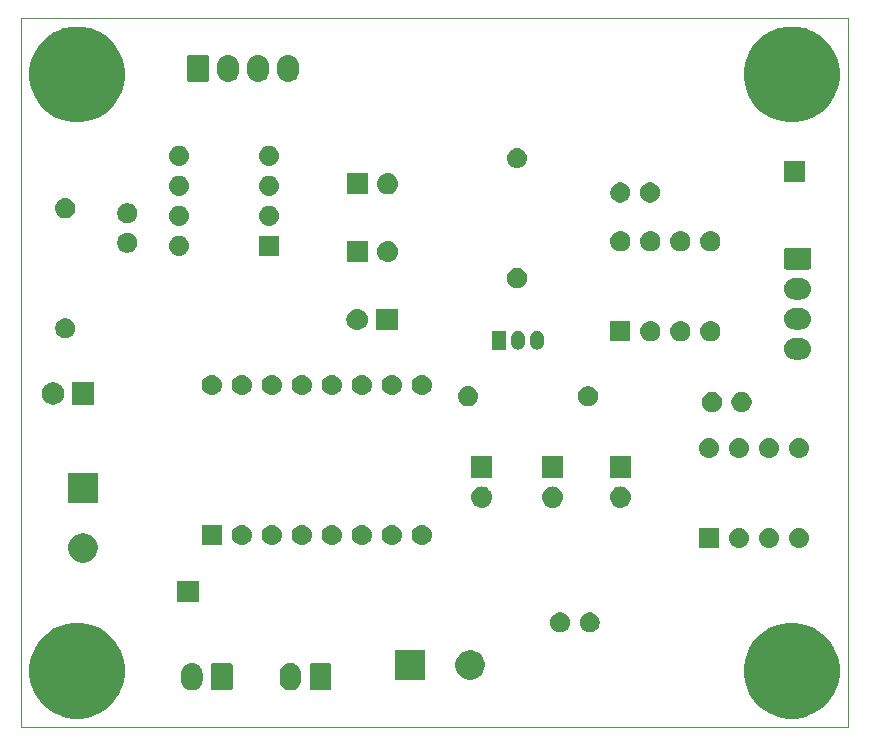
<source format=gbr>
%TF.GenerationSoftware,KiCad,Pcbnew,5.1.4-e60b266~84~ubuntu18.04.1*%
%TF.CreationDate,2020-06-02T14:46:13-03:00*%
%TF.ProjectId,Driver Motor PaP_V2.0,44726976-6572-4204-9d6f-746f72205061,2.0*%
%TF.SameCoordinates,Original*%
%TF.FileFunction,Soldermask,Bot*%
%TF.FilePolarity,Negative*%
%FSLAX46Y46*%
G04 Gerber Fmt 4.6, Leading zero omitted, Abs format (unit mm)*
G04 Created by KiCad (PCBNEW 5.1.4-e60b266~84~ubuntu18.04.1) date 2020-06-02 14:46:13*
%MOMM*%
%LPD*%
G04 APERTURE LIST*
%ADD10C,0.050000*%
%ADD11C,0.100000*%
G04 APERTURE END LIST*
D10*
X75000000Y-109750000D02*
X75000000Y-49750000D01*
X145000000Y-109750000D02*
X75000000Y-109750000D01*
X145000000Y-49750000D02*
X145000000Y-109750000D01*
X75000000Y-49750000D02*
X145000000Y-49750000D01*
D11*
G36*
X141431632Y-101104677D02*
G01*
X141737005Y-101231167D01*
X142168868Y-101410050D01*
X142832362Y-101853383D01*
X143396617Y-102417638D01*
X143839950Y-103081132D01*
X143854389Y-103115992D01*
X144145323Y-103818368D01*
X144301000Y-104601010D01*
X144301000Y-105398990D01*
X144145323Y-106181632D01*
X144061335Y-106384396D01*
X143839950Y-106918868D01*
X143396617Y-107582362D01*
X142832362Y-108146617D01*
X142168868Y-108589950D01*
X141737005Y-108768833D01*
X141431632Y-108895323D01*
X140648990Y-109051000D01*
X139851010Y-109051000D01*
X139068368Y-108895323D01*
X138762995Y-108768833D01*
X138331132Y-108589950D01*
X137667638Y-108146617D01*
X137103383Y-107582362D01*
X136660050Y-106918868D01*
X136438665Y-106384396D01*
X136354677Y-106181632D01*
X136199000Y-105398990D01*
X136199000Y-104601010D01*
X136354677Y-103818368D01*
X136645611Y-103115992D01*
X136660050Y-103081132D01*
X137103383Y-102417638D01*
X137667638Y-101853383D01*
X138331132Y-101410050D01*
X138762995Y-101231167D01*
X139068368Y-101104677D01*
X139851010Y-100949000D01*
X140648990Y-100949000D01*
X141431632Y-101104677D01*
X141431632Y-101104677D01*
G37*
G36*
X80931632Y-101104677D02*
G01*
X81237005Y-101231167D01*
X81668868Y-101410050D01*
X82332362Y-101853383D01*
X82896617Y-102417638D01*
X83339950Y-103081132D01*
X83354389Y-103115992D01*
X83645323Y-103818368D01*
X83801000Y-104601010D01*
X83801000Y-105398990D01*
X83645323Y-106181632D01*
X83561335Y-106384396D01*
X83339950Y-106918868D01*
X82896617Y-107582362D01*
X82332362Y-108146617D01*
X81668868Y-108589950D01*
X81237005Y-108768833D01*
X80931632Y-108895323D01*
X80148990Y-109051000D01*
X79351010Y-109051000D01*
X78568368Y-108895323D01*
X78262995Y-108768833D01*
X77831132Y-108589950D01*
X77167638Y-108146617D01*
X76603383Y-107582362D01*
X76160050Y-106918868D01*
X75938665Y-106384396D01*
X75854677Y-106181632D01*
X75699000Y-105398990D01*
X75699000Y-104601010D01*
X75854677Y-103818368D01*
X76145611Y-103115992D01*
X76160050Y-103081132D01*
X76603383Y-102417638D01*
X77167638Y-101853383D01*
X77831132Y-101410050D01*
X78262995Y-101231167D01*
X78568368Y-101104677D01*
X79351010Y-100949000D01*
X80148990Y-100949000D01*
X80931632Y-101104677D01*
X80931632Y-101104677D01*
G37*
G36*
X89640548Y-104362326D02*
G01*
X89814157Y-104414990D01*
X89974156Y-104500511D01*
X90010957Y-104530713D01*
X90114397Y-104615603D01*
X90167763Y-104680631D01*
X90229489Y-104755844D01*
X90315010Y-104915843D01*
X90367674Y-105089452D01*
X90381000Y-105224757D01*
X90381000Y-105775244D01*
X90367674Y-105910548D01*
X90315010Y-106084157D01*
X90229489Y-106244156D01*
X90193729Y-106287729D01*
X90114397Y-106384397D01*
X89974155Y-106499489D01*
X89814156Y-106585010D01*
X89640547Y-106637674D01*
X89460000Y-106655456D01*
X89279452Y-106637674D01*
X89105843Y-106585010D01*
X88945844Y-106499489D01*
X88902271Y-106463729D01*
X88805603Y-106384397D01*
X88690511Y-106244155D01*
X88604991Y-106084158D01*
X88604990Y-106084156D01*
X88552326Y-105910547D01*
X88539000Y-105775243D01*
X88539000Y-105224756D01*
X88552326Y-105089452D01*
X88604990Y-104915843D01*
X88690512Y-104755844D01*
X88700832Y-104743269D01*
X88805604Y-104615603D01*
X88909044Y-104530713D01*
X88945845Y-104500511D01*
X89105844Y-104414990D01*
X89279453Y-104362326D01*
X89460000Y-104344544D01*
X89640548Y-104362326D01*
X89640548Y-104362326D01*
G37*
G36*
X97990548Y-104362326D02*
G01*
X98164157Y-104414990D01*
X98324156Y-104500511D01*
X98360957Y-104530713D01*
X98464397Y-104615603D01*
X98517763Y-104680631D01*
X98579489Y-104755844D01*
X98665010Y-104915843D01*
X98717674Y-105089452D01*
X98731000Y-105224757D01*
X98731000Y-105775244D01*
X98717674Y-105910548D01*
X98665010Y-106084157D01*
X98579489Y-106244156D01*
X98543729Y-106287729D01*
X98464397Y-106384397D01*
X98324155Y-106499489D01*
X98164156Y-106585010D01*
X97990547Y-106637674D01*
X97810000Y-106655456D01*
X97629452Y-106637674D01*
X97455843Y-106585010D01*
X97295844Y-106499489D01*
X97252271Y-106463729D01*
X97155603Y-106384397D01*
X97040511Y-106244155D01*
X96954991Y-106084158D01*
X96954990Y-106084156D01*
X96902326Y-105910547D01*
X96889000Y-105775243D01*
X96889000Y-105224756D01*
X96902326Y-105089452D01*
X96954990Y-104915843D01*
X97040512Y-104755844D01*
X97050832Y-104743269D01*
X97155604Y-104615603D01*
X97259044Y-104530713D01*
X97295845Y-104500511D01*
X97455844Y-104414990D01*
X97629453Y-104362326D01*
X97810000Y-104344544D01*
X97990548Y-104362326D01*
X97990548Y-104362326D01*
G37*
G36*
X92779561Y-104352966D02*
G01*
X92812383Y-104362923D01*
X92842632Y-104379092D01*
X92869148Y-104400852D01*
X92890908Y-104427368D01*
X92907077Y-104457617D01*
X92917034Y-104490439D01*
X92921000Y-104530713D01*
X92921000Y-106469287D01*
X92917034Y-106509561D01*
X92907077Y-106542383D01*
X92890908Y-106572632D01*
X92869148Y-106599148D01*
X92842632Y-106620908D01*
X92812383Y-106637077D01*
X92779561Y-106647034D01*
X92739287Y-106651000D01*
X91260713Y-106651000D01*
X91220439Y-106647034D01*
X91187617Y-106637077D01*
X91157368Y-106620908D01*
X91130852Y-106599148D01*
X91109092Y-106572632D01*
X91092923Y-106542383D01*
X91082966Y-106509561D01*
X91079000Y-106469287D01*
X91079000Y-104530713D01*
X91082966Y-104490439D01*
X91092923Y-104457617D01*
X91109092Y-104427368D01*
X91130852Y-104400852D01*
X91157368Y-104379092D01*
X91187617Y-104362923D01*
X91220439Y-104352966D01*
X91260713Y-104349000D01*
X92739287Y-104349000D01*
X92779561Y-104352966D01*
X92779561Y-104352966D01*
G37*
G36*
X101129561Y-104352966D02*
G01*
X101162383Y-104362923D01*
X101192632Y-104379092D01*
X101219148Y-104400852D01*
X101240908Y-104427368D01*
X101257077Y-104457617D01*
X101267034Y-104490439D01*
X101271000Y-104530713D01*
X101271000Y-106469287D01*
X101267034Y-106509561D01*
X101257077Y-106542383D01*
X101240908Y-106572632D01*
X101219148Y-106599148D01*
X101192632Y-106620908D01*
X101162383Y-106637077D01*
X101129561Y-106647034D01*
X101089287Y-106651000D01*
X99610713Y-106651000D01*
X99570439Y-106647034D01*
X99537617Y-106637077D01*
X99507368Y-106620908D01*
X99480852Y-106599148D01*
X99459092Y-106572632D01*
X99442923Y-106542383D01*
X99432966Y-106509561D01*
X99429000Y-106469287D01*
X99429000Y-104530713D01*
X99432966Y-104490439D01*
X99442923Y-104457617D01*
X99459092Y-104427368D01*
X99480852Y-104400852D01*
X99507368Y-104379092D01*
X99537617Y-104362923D01*
X99570439Y-104352966D01*
X99610713Y-104349000D01*
X101089287Y-104349000D01*
X101129561Y-104352966D01*
X101129561Y-104352966D01*
G37*
G36*
X113394903Y-103297075D02*
G01*
X113594330Y-103379680D01*
X113622571Y-103391378D01*
X113827466Y-103528285D01*
X114001715Y-103702534D01*
X114001716Y-103702536D01*
X114138623Y-103907431D01*
X114232925Y-104135097D01*
X114274587Y-104344544D01*
X114281000Y-104376787D01*
X114281000Y-104623213D01*
X114232925Y-104864903D01*
X114138622Y-105092571D01*
X114001715Y-105297466D01*
X113827466Y-105471715D01*
X113622571Y-105608622D01*
X113622570Y-105608623D01*
X113622569Y-105608623D01*
X113394903Y-105702925D01*
X113153214Y-105751000D01*
X112906786Y-105751000D01*
X112665097Y-105702925D01*
X112437431Y-105608623D01*
X112437430Y-105608623D01*
X112437429Y-105608622D01*
X112232534Y-105471715D01*
X112058285Y-105297466D01*
X111921378Y-105092571D01*
X111827075Y-104864903D01*
X111779000Y-104623213D01*
X111779000Y-104376787D01*
X111785414Y-104344544D01*
X111827075Y-104135097D01*
X111921377Y-103907431D01*
X112058284Y-103702536D01*
X112058285Y-103702534D01*
X112232534Y-103528285D01*
X112437429Y-103391378D01*
X112465671Y-103379680D01*
X112665097Y-103297075D01*
X112906786Y-103249000D01*
X113153214Y-103249000D01*
X113394903Y-103297075D01*
X113394903Y-103297075D01*
G37*
G36*
X109201000Y-105751000D02*
G01*
X106699000Y-105751000D01*
X106699000Y-103249000D01*
X109201000Y-103249000D01*
X109201000Y-105751000D01*
X109201000Y-105751000D01*
G37*
G36*
X123398228Y-100081703D02*
G01*
X123553100Y-100145853D01*
X123692481Y-100238985D01*
X123811015Y-100357519D01*
X123904147Y-100496900D01*
X123968297Y-100651772D01*
X124001000Y-100816184D01*
X124001000Y-100983816D01*
X123968297Y-101148228D01*
X123904147Y-101303100D01*
X123811015Y-101442481D01*
X123692481Y-101561015D01*
X123553100Y-101654147D01*
X123398228Y-101718297D01*
X123233816Y-101751000D01*
X123066184Y-101751000D01*
X122901772Y-101718297D01*
X122746900Y-101654147D01*
X122607519Y-101561015D01*
X122488985Y-101442481D01*
X122395853Y-101303100D01*
X122331703Y-101148228D01*
X122299000Y-100983816D01*
X122299000Y-100816184D01*
X122331703Y-100651772D01*
X122395853Y-100496900D01*
X122488985Y-100357519D01*
X122607519Y-100238985D01*
X122746900Y-100145853D01*
X122901772Y-100081703D01*
X123066184Y-100049000D01*
X123233816Y-100049000D01*
X123398228Y-100081703D01*
X123398228Y-100081703D01*
G37*
G36*
X120898228Y-100081703D02*
G01*
X121053100Y-100145853D01*
X121192481Y-100238985D01*
X121311015Y-100357519D01*
X121404147Y-100496900D01*
X121468297Y-100651772D01*
X121501000Y-100816184D01*
X121501000Y-100983816D01*
X121468297Y-101148228D01*
X121404147Y-101303100D01*
X121311015Y-101442481D01*
X121192481Y-101561015D01*
X121053100Y-101654147D01*
X120898228Y-101718297D01*
X120733816Y-101751000D01*
X120566184Y-101751000D01*
X120401772Y-101718297D01*
X120246900Y-101654147D01*
X120107519Y-101561015D01*
X119988985Y-101442481D01*
X119895853Y-101303100D01*
X119831703Y-101148228D01*
X119799000Y-100983816D01*
X119799000Y-100816184D01*
X119831703Y-100651772D01*
X119895853Y-100496900D01*
X119988985Y-100357519D01*
X120107519Y-100238985D01*
X120246900Y-100145853D01*
X120401772Y-100081703D01*
X120566184Y-100049000D01*
X120733816Y-100049000D01*
X120898228Y-100081703D01*
X120898228Y-100081703D01*
G37*
G36*
X90051000Y-99201000D02*
G01*
X88249000Y-99201000D01*
X88249000Y-97399000D01*
X90051000Y-97399000D01*
X90051000Y-99201000D01*
X90051000Y-99201000D01*
G37*
G36*
X80614903Y-93377075D02*
G01*
X80842571Y-93471378D01*
X81047466Y-93608285D01*
X81221715Y-93782534D01*
X81350368Y-93975076D01*
X81358623Y-93987431D01*
X81395824Y-94077242D01*
X81452925Y-94215097D01*
X81501000Y-94456787D01*
X81501000Y-94703213D01*
X81452925Y-94944903D01*
X81358622Y-95172571D01*
X81221715Y-95377466D01*
X81047466Y-95551715D01*
X80842571Y-95688622D01*
X80842570Y-95688623D01*
X80842569Y-95688623D01*
X80614903Y-95782925D01*
X80373214Y-95831000D01*
X80126786Y-95831000D01*
X79885097Y-95782925D01*
X79657431Y-95688623D01*
X79657430Y-95688623D01*
X79657429Y-95688622D01*
X79452534Y-95551715D01*
X79278285Y-95377466D01*
X79141378Y-95172571D01*
X79047075Y-94944903D01*
X78999000Y-94703213D01*
X78999000Y-94456787D01*
X79047075Y-94215097D01*
X79104176Y-94077242D01*
X79141377Y-93987431D01*
X79149632Y-93975076D01*
X79278285Y-93782534D01*
X79452534Y-93608285D01*
X79657429Y-93471378D01*
X79885097Y-93377075D01*
X80126786Y-93329000D01*
X80373214Y-93329000D01*
X80614903Y-93377075D01*
X80614903Y-93377075D01*
G37*
G36*
X141036823Y-92911313D02*
G01*
X141197242Y-92959976D01*
X141318747Y-93024922D01*
X141345078Y-93038996D01*
X141474659Y-93145341D01*
X141581004Y-93274922D01*
X141581005Y-93274924D01*
X141660024Y-93422758D01*
X141708687Y-93583177D01*
X141725117Y-93750000D01*
X141708687Y-93916823D01*
X141660024Y-94077242D01*
X141645369Y-94104659D01*
X141581004Y-94225078D01*
X141474659Y-94354659D01*
X141345078Y-94461004D01*
X141345076Y-94461005D01*
X141197242Y-94540024D01*
X141036823Y-94588687D01*
X140911804Y-94601000D01*
X140828196Y-94601000D01*
X140703177Y-94588687D01*
X140542758Y-94540024D01*
X140394924Y-94461005D01*
X140394922Y-94461004D01*
X140265341Y-94354659D01*
X140158996Y-94225078D01*
X140094631Y-94104659D01*
X140079976Y-94077242D01*
X140031313Y-93916823D01*
X140014883Y-93750000D01*
X140031313Y-93583177D01*
X140079976Y-93422758D01*
X140158995Y-93274924D01*
X140158996Y-93274922D01*
X140265341Y-93145341D01*
X140394922Y-93038996D01*
X140421253Y-93024922D01*
X140542758Y-92959976D01*
X140703177Y-92911313D01*
X140828196Y-92899000D01*
X140911804Y-92899000D01*
X141036823Y-92911313D01*
X141036823Y-92911313D01*
G37*
G36*
X134101000Y-94601000D02*
G01*
X132399000Y-94601000D01*
X132399000Y-92899000D01*
X134101000Y-92899000D01*
X134101000Y-94601000D01*
X134101000Y-94601000D01*
G37*
G36*
X135956823Y-92911313D02*
G01*
X136117242Y-92959976D01*
X136238747Y-93024922D01*
X136265078Y-93038996D01*
X136394659Y-93145341D01*
X136501004Y-93274922D01*
X136501005Y-93274924D01*
X136580024Y-93422758D01*
X136628687Y-93583177D01*
X136645117Y-93750000D01*
X136628687Y-93916823D01*
X136580024Y-94077242D01*
X136565369Y-94104659D01*
X136501004Y-94225078D01*
X136394659Y-94354659D01*
X136265078Y-94461004D01*
X136265076Y-94461005D01*
X136117242Y-94540024D01*
X135956823Y-94588687D01*
X135831804Y-94601000D01*
X135748196Y-94601000D01*
X135623177Y-94588687D01*
X135462758Y-94540024D01*
X135314924Y-94461005D01*
X135314922Y-94461004D01*
X135185341Y-94354659D01*
X135078996Y-94225078D01*
X135014631Y-94104659D01*
X134999976Y-94077242D01*
X134951313Y-93916823D01*
X134934883Y-93750000D01*
X134951313Y-93583177D01*
X134999976Y-93422758D01*
X135078995Y-93274924D01*
X135078996Y-93274922D01*
X135185341Y-93145341D01*
X135314922Y-93038996D01*
X135341253Y-93024922D01*
X135462758Y-92959976D01*
X135623177Y-92911313D01*
X135748196Y-92899000D01*
X135831804Y-92899000D01*
X135956823Y-92911313D01*
X135956823Y-92911313D01*
G37*
G36*
X138496823Y-92911313D02*
G01*
X138657242Y-92959976D01*
X138778747Y-93024922D01*
X138805078Y-93038996D01*
X138934659Y-93145341D01*
X139041004Y-93274922D01*
X139041005Y-93274924D01*
X139120024Y-93422758D01*
X139168687Y-93583177D01*
X139185117Y-93750000D01*
X139168687Y-93916823D01*
X139120024Y-94077242D01*
X139105369Y-94104659D01*
X139041004Y-94225078D01*
X138934659Y-94354659D01*
X138805078Y-94461004D01*
X138805076Y-94461005D01*
X138657242Y-94540024D01*
X138496823Y-94588687D01*
X138371804Y-94601000D01*
X138288196Y-94601000D01*
X138163177Y-94588687D01*
X138002758Y-94540024D01*
X137854924Y-94461005D01*
X137854922Y-94461004D01*
X137725341Y-94354659D01*
X137618996Y-94225078D01*
X137554631Y-94104659D01*
X137539976Y-94077242D01*
X137491313Y-93916823D01*
X137474883Y-93750000D01*
X137491313Y-93583177D01*
X137539976Y-93422758D01*
X137618995Y-93274924D01*
X137618996Y-93274922D01*
X137725341Y-93145341D01*
X137854922Y-93038996D01*
X137881253Y-93024922D01*
X138002758Y-92959976D01*
X138163177Y-92911313D01*
X138288196Y-92899000D01*
X138371804Y-92899000D01*
X138496823Y-92911313D01*
X138496823Y-92911313D01*
G37*
G36*
X106556823Y-92661313D02*
G01*
X106717242Y-92709976D01*
X106849906Y-92780886D01*
X106865078Y-92788996D01*
X106994659Y-92895341D01*
X107101004Y-93024922D01*
X107101005Y-93024924D01*
X107180024Y-93172758D01*
X107228687Y-93333177D01*
X107245117Y-93500000D01*
X107228687Y-93666823D01*
X107180024Y-93827242D01*
X107132142Y-93916823D01*
X107101004Y-93975078D01*
X106994659Y-94104659D01*
X106865078Y-94211004D01*
X106865076Y-94211005D01*
X106717242Y-94290024D01*
X106556823Y-94338687D01*
X106431804Y-94351000D01*
X106348196Y-94351000D01*
X106223177Y-94338687D01*
X106062758Y-94290024D01*
X105914924Y-94211005D01*
X105914922Y-94211004D01*
X105785341Y-94104659D01*
X105678996Y-93975078D01*
X105647858Y-93916823D01*
X105599976Y-93827242D01*
X105551313Y-93666823D01*
X105534883Y-93500000D01*
X105551313Y-93333177D01*
X105599976Y-93172758D01*
X105678995Y-93024924D01*
X105678996Y-93024922D01*
X105785341Y-92895341D01*
X105914922Y-92788996D01*
X105930094Y-92780886D01*
X106062758Y-92709976D01*
X106223177Y-92661313D01*
X106348196Y-92649000D01*
X106431804Y-92649000D01*
X106556823Y-92661313D01*
X106556823Y-92661313D01*
G37*
G36*
X109096823Y-92661313D02*
G01*
X109257242Y-92709976D01*
X109389906Y-92780886D01*
X109405078Y-92788996D01*
X109534659Y-92895341D01*
X109641004Y-93024922D01*
X109641005Y-93024924D01*
X109720024Y-93172758D01*
X109768687Y-93333177D01*
X109785117Y-93500000D01*
X109768687Y-93666823D01*
X109720024Y-93827242D01*
X109672142Y-93916823D01*
X109641004Y-93975078D01*
X109534659Y-94104659D01*
X109405078Y-94211004D01*
X109405076Y-94211005D01*
X109257242Y-94290024D01*
X109096823Y-94338687D01*
X108971804Y-94351000D01*
X108888196Y-94351000D01*
X108763177Y-94338687D01*
X108602758Y-94290024D01*
X108454924Y-94211005D01*
X108454922Y-94211004D01*
X108325341Y-94104659D01*
X108218996Y-93975078D01*
X108187858Y-93916823D01*
X108139976Y-93827242D01*
X108091313Y-93666823D01*
X108074883Y-93500000D01*
X108091313Y-93333177D01*
X108139976Y-93172758D01*
X108218995Y-93024924D01*
X108218996Y-93024922D01*
X108325341Y-92895341D01*
X108454922Y-92788996D01*
X108470094Y-92780886D01*
X108602758Y-92709976D01*
X108763177Y-92661313D01*
X108888196Y-92649000D01*
X108971804Y-92649000D01*
X109096823Y-92661313D01*
X109096823Y-92661313D01*
G37*
G36*
X92001000Y-94351000D02*
G01*
X90299000Y-94351000D01*
X90299000Y-92649000D01*
X92001000Y-92649000D01*
X92001000Y-94351000D01*
X92001000Y-94351000D01*
G37*
G36*
X93856823Y-92661313D02*
G01*
X94017242Y-92709976D01*
X94149906Y-92780886D01*
X94165078Y-92788996D01*
X94294659Y-92895341D01*
X94401004Y-93024922D01*
X94401005Y-93024924D01*
X94480024Y-93172758D01*
X94528687Y-93333177D01*
X94545117Y-93500000D01*
X94528687Y-93666823D01*
X94480024Y-93827242D01*
X94432142Y-93916823D01*
X94401004Y-93975078D01*
X94294659Y-94104659D01*
X94165078Y-94211004D01*
X94165076Y-94211005D01*
X94017242Y-94290024D01*
X93856823Y-94338687D01*
X93731804Y-94351000D01*
X93648196Y-94351000D01*
X93523177Y-94338687D01*
X93362758Y-94290024D01*
X93214924Y-94211005D01*
X93214922Y-94211004D01*
X93085341Y-94104659D01*
X92978996Y-93975078D01*
X92947858Y-93916823D01*
X92899976Y-93827242D01*
X92851313Y-93666823D01*
X92834883Y-93500000D01*
X92851313Y-93333177D01*
X92899976Y-93172758D01*
X92978995Y-93024924D01*
X92978996Y-93024922D01*
X93085341Y-92895341D01*
X93214922Y-92788996D01*
X93230094Y-92780886D01*
X93362758Y-92709976D01*
X93523177Y-92661313D01*
X93648196Y-92649000D01*
X93731804Y-92649000D01*
X93856823Y-92661313D01*
X93856823Y-92661313D01*
G37*
G36*
X98936823Y-92661313D02*
G01*
X99097242Y-92709976D01*
X99229906Y-92780886D01*
X99245078Y-92788996D01*
X99374659Y-92895341D01*
X99481004Y-93024922D01*
X99481005Y-93024924D01*
X99560024Y-93172758D01*
X99608687Y-93333177D01*
X99625117Y-93500000D01*
X99608687Y-93666823D01*
X99560024Y-93827242D01*
X99512142Y-93916823D01*
X99481004Y-93975078D01*
X99374659Y-94104659D01*
X99245078Y-94211004D01*
X99245076Y-94211005D01*
X99097242Y-94290024D01*
X98936823Y-94338687D01*
X98811804Y-94351000D01*
X98728196Y-94351000D01*
X98603177Y-94338687D01*
X98442758Y-94290024D01*
X98294924Y-94211005D01*
X98294922Y-94211004D01*
X98165341Y-94104659D01*
X98058996Y-93975078D01*
X98027858Y-93916823D01*
X97979976Y-93827242D01*
X97931313Y-93666823D01*
X97914883Y-93500000D01*
X97931313Y-93333177D01*
X97979976Y-93172758D01*
X98058995Y-93024924D01*
X98058996Y-93024922D01*
X98165341Y-92895341D01*
X98294922Y-92788996D01*
X98310094Y-92780886D01*
X98442758Y-92709976D01*
X98603177Y-92661313D01*
X98728196Y-92649000D01*
X98811804Y-92649000D01*
X98936823Y-92661313D01*
X98936823Y-92661313D01*
G37*
G36*
X104016823Y-92661313D02*
G01*
X104177242Y-92709976D01*
X104309906Y-92780886D01*
X104325078Y-92788996D01*
X104454659Y-92895341D01*
X104561004Y-93024922D01*
X104561005Y-93024924D01*
X104640024Y-93172758D01*
X104688687Y-93333177D01*
X104705117Y-93500000D01*
X104688687Y-93666823D01*
X104640024Y-93827242D01*
X104592142Y-93916823D01*
X104561004Y-93975078D01*
X104454659Y-94104659D01*
X104325078Y-94211004D01*
X104325076Y-94211005D01*
X104177242Y-94290024D01*
X104016823Y-94338687D01*
X103891804Y-94351000D01*
X103808196Y-94351000D01*
X103683177Y-94338687D01*
X103522758Y-94290024D01*
X103374924Y-94211005D01*
X103374922Y-94211004D01*
X103245341Y-94104659D01*
X103138996Y-93975078D01*
X103107858Y-93916823D01*
X103059976Y-93827242D01*
X103011313Y-93666823D01*
X102994883Y-93500000D01*
X103011313Y-93333177D01*
X103059976Y-93172758D01*
X103138995Y-93024924D01*
X103138996Y-93024922D01*
X103245341Y-92895341D01*
X103374922Y-92788996D01*
X103390094Y-92780886D01*
X103522758Y-92709976D01*
X103683177Y-92661313D01*
X103808196Y-92649000D01*
X103891804Y-92649000D01*
X104016823Y-92661313D01*
X104016823Y-92661313D01*
G37*
G36*
X101476823Y-92661313D02*
G01*
X101637242Y-92709976D01*
X101769906Y-92780886D01*
X101785078Y-92788996D01*
X101914659Y-92895341D01*
X102021004Y-93024922D01*
X102021005Y-93024924D01*
X102100024Y-93172758D01*
X102148687Y-93333177D01*
X102165117Y-93500000D01*
X102148687Y-93666823D01*
X102100024Y-93827242D01*
X102052142Y-93916823D01*
X102021004Y-93975078D01*
X101914659Y-94104659D01*
X101785078Y-94211004D01*
X101785076Y-94211005D01*
X101637242Y-94290024D01*
X101476823Y-94338687D01*
X101351804Y-94351000D01*
X101268196Y-94351000D01*
X101143177Y-94338687D01*
X100982758Y-94290024D01*
X100834924Y-94211005D01*
X100834922Y-94211004D01*
X100705341Y-94104659D01*
X100598996Y-93975078D01*
X100567858Y-93916823D01*
X100519976Y-93827242D01*
X100471313Y-93666823D01*
X100454883Y-93500000D01*
X100471313Y-93333177D01*
X100519976Y-93172758D01*
X100598995Y-93024924D01*
X100598996Y-93024922D01*
X100705341Y-92895341D01*
X100834922Y-92788996D01*
X100850094Y-92780886D01*
X100982758Y-92709976D01*
X101143177Y-92661313D01*
X101268196Y-92649000D01*
X101351804Y-92649000D01*
X101476823Y-92661313D01*
X101476823Y-92661313D01*
G37*
G36*
X96396823Y-92661313D02*
G01*
X96557242Y-92709976D01*
X96689906Y-92780886D01*
X96705078Y-92788996D01*
X96834659Y-92895341D01*
X96941004Y-93024922D01*
X96941005Y-93024924D01*
X97020024Y-93172758D01*
X97068687Y-93333177D01*
X97085117Y-93500000D01*
X97068687Y-93666823D01*
X97020024Y-93827242D01*
X96972142Y-93916823D01*
X96941004Y-93975078D01*
X96834659Y-94104659D01*
X96705078Y-94211004D01*
X96705076Y-94211005D01*
X96557242Y-94290024D01*
X96396823Y-94338687D01*
X96271804Y-94351000D01*
X96188196Y-94351000D01*
X96063177Y-94338687D01*
X95902758Y-94290024D01*
X95754924Y-94211005D01*
X95754922Y-94211004D01*
X95625341Y-94104659D01*
X95518996Y-93975078D01*
X95487858Y-93916823D01*
X95439976Y-93827242D01*
X95391313Y-93666823D01*
X95374883Y-93500000D01*
X95391313Y-93333177D01*
X95439976Y-93172758D01*
X95518995Y-93024924D01*
X95518996Y-93024922D01*
X95625341Y-92895341D01*
X95754922Y-92788996D01*
X95770094Y-92780886D01*
X95902758Y-92709976D01*
X96063177Y-92661313D01*
X96188196Y-92649000D01*
X96271804Y-92649000D01*
X96396823Y-92661313D01*
X96396823Y-92661313D01*
G37*
G36*
X114110443Y-89395519D02*
G01*
X114176627Y-89402037D01*
X114346466Y-89453557D01*
X114502991Y-89537222D01*
X114538729Y-89566552D01*
X114640186Y-89649814D01*
X114723448Y-89751271D01*
X114752778Y-89787009D01*
X114836443Y-89943534D01*
X114887963Y-90113373D01*
X114905359Y-90290000D01*
X114887963Y-90466627D01*
X114836443Y-90636466D01*
X114752778Y-90792991D01*
X114723448Y-90828729D01*
X114640186Y-90930186D01*
X114538729Y-91013448D01*
X114502991Y-91042778D01*
X114346466Y-91126443D01*
X114176627Y-91177963D01*
X114110442Y-91184482D01*
X114044260Y-91191000D01*
X113955740Y-91191000D01*
X113889558Y-91184482D01*
X113823373Y-91177963D01*
X113653534Y-91126443D01*
X113497009Y-91042778D01*
X113461271Y-91013448D01*
X113359814Y-90930186D01*
X113276552Y-90828729D01*
X113247222Y-90792991D01*
X113163557Y-90636466D01*
X113112037Y-90466627D01*
X113094641Y-90290000D01*
X113112037Y-90113373D01*
X113163557Y-89943534D01*
X113247222Y-89787009D01*
X113276552Y-89751271D01*
X113359814Y-89649814D01*
X113461271Y-89566552D01*
X113497009Y-89537222D01*
X113653534Y-89453557D01*
X113823373Y-89402037D01*
X113889557Y-89395519D01*
X113955740Y-89389000D01*
X114044260Y-89389000D01*
X114110443Y-89395519D01*
X114110443Y-89395519D01*
G37*
G36*
X125860443Y-89395519D02*
G01*
X125926627Y-89402037D01*
X126096466Y-89453557D01*
X126252991Y-89537222D01*
X126288729Y-89566552D01*
X126390186Y-89649814D01*
X126473448Y-89751271D01*
X126502778Y-89787009D01*
X126586443Y-89943534D01*
X126637963Y-90113373D01*
X126655359Y-90290000D01*
X126637963Y-90466627D01*
X126586443Y-90636466D01*
X126502778Y-90792991D01*
X126473448Y-90828729D01*
X126390186Y-90930186D01*
X126288729Y-91013448D01*
X126252991Y-91042778D01*
X126096466Y-91126443D01*
X125926627Y-91177963D01*
X125860442Y-91184482D01*
X125794260Y-91191000D01*
X125705740Y-91191000D01*
X125639558Y-91184482D01*
X125573373Y-91177963D01*
X125403534Y-91126443D01*
X125247009Y-91042778D01*
X125211271Y-91013448D01*
X125109814Y-90930186D01*
X125026552Y-90828729D01*
X124997222Y-90792991D01*
X124913557Y-90636466D01*
X124862037Y-90466627D01*
X124844641Y-90290000D01*
X124862037Y-90113373D01*
X124913557Y-89943534D01*
X124997222Y-89787009D01*
X125026552Y-89751271D01*
X125109814Y-89649814D01*
X125211271Y-89566552D01*
X125247009Y-89537222D01*
X125403534Y-89453557D01*
X125573373Y-89402037D01*
X125639557Y-89395519D01*
X125705740Y-89389000D01*
X125794260Y-89389000D01*
X125860443Y-89395519D01*
X125860443Y-89395519D01*
G37*
G36*
X120110443Y-89395519D02*
G01*
X120176627Y-89402037D01*
X120346466Y-89453557D01*
X120502991Y-89537222D01*
X120538729Y-89566552D01*
X120640186Y-89649814D01*
X120723448Y-89751271D01*
X120752778Y-89787009D01*
X120836443Y-89943534D01*
X120887963Y-90113373D01*
X120905359Y-90290000D01*
X120887963Y-90466627D01*
X120836443Y-90636466D01*
X120752778Y-90792991D01*
X120723448Y-90828729D01*
X120640186Y-90930186D01*
X120538729Y-91013448D01*
X120502991Y-91042778D01*
X120346466Y-91126443D01*
X120176627Y-91177963D01*
X120110442Y-91184482D01*
X120044260Y-91191000D01*
X119955740Y-91191000D01*
X119889558Y-91184482D01*
X119823373Y-91177963D01*
X119653534Y-91126443D01*
X119497009Y-91042778D01*
X119461271Y-91013448D01*
X119359814Y-90930186D01*
X119276552Y-90828729D01*
X119247222Y-90792991D01*
X119163557Y-90636466D01*
X119112037Y-90466627D01*
X119094641Y-90290000D01*
X119112037Y-90113373D01*
X119163557Y-89943534D01*
X119247222Y-89787009D01*
X119276552Y-89751271D01*
X119359814Y-89649814D01*
X119461271Y-89566552D01*
X119497009Y-89537222D01*
X119653534Y-89453557D01*
X119823373Y-89402037D01*
X119889557Y-89395519D01*
X119955740Y-89389000D01*
X120044260Y-89389000D01*
X120110443Y-89395519D01*
X120110443Y-89395519D01*
G37*
G36*
X81501000Y-90751000D02*
G01*
X78999000Y-90751000D01*
X78999000Y-88249000D01*
X81501000Y-88249000D01*
X81501000Y-90751000D01*
X81501000Y-90751000D01*
G37*
G36*
X120901000Y-88651000D02*
G01*
X119099000Y-88651000D01*
X119099000Y-86849000D01*
X120901000Y-86849000D01*
X120901000Y-88651000D01*
X120901000Y-88651000D01*
G37*
G36*
X126651000Y-88651000D02*
G01*
X124849000Y-88651000D01*
X124849000Y-86849000D01*
X126651000Y-86849000D01*
X126651000Y-88651000D01*
X126651000Y-88651000D01*
G37*
G36*
X114901000Y-88651000D02*
G01*
X113099000Y-88651000D01*
X113099000Y-86849000D01*
X114901000Y-86849000D01*
X114901000Y-88651000D01*
X114901000Y-88651000D01*
G37*
G36*
X141036823Y-85291313D02*
G01*
X141197242Y-85339976D01*
X141329906Y-85410886D01*
X141345078Y-85418996D01*
X141474659Y-85525341D01*
X141581004Y-85654922D01*
X141581005Y-85654924D01*
X141660024Y-85802758D01*
X141708687Y-85963177D01*
X141725117Y-86130000D01*
X141708687Y-86296823D01*
X141660024Y-86457242D01*
X141589114Y-86589906D01*
X141581004Y-86605078D01*
X141474659Y-86734659D01*
X141345078Y-86841004D01*
X141345076Y-86841005D01*
X141197242Y-86920024D01*
X141036823Y-86968687D01*
X140911804Y-86981000D01*
X140828196Y-86981000D01*
X140703177Y-86968687D01*
X140542758Y-86920024D01*
X140394924Y-86841005D01*
X140394922Y-86841004D01*
X140265341Y-86734659D01*
X140158996Y-86605078D01*
X140150886Y-86589906D01*
X140079976Y-86457242D01*
X140031313Y-86296823D01*
X140014883Y-86130000D01*
X140031313Y-85963177D01*
X140079976Y-85802758D01*
X140158995Y-85654924D01*
X140158996Y-85654922D01*
X140265341Y-85525341D01*
X140394922Y-85418996D01*
X140410094Y-85410886D01*
X140542758Y-85339976D01*
X140703177Y-85291313D01*
X140828196Y-85279000D01*
X140911804Y-85279000D01*
X141036823Y-85291313D01*
X141036823Y-85291313D01*
G37*
G36*
X138496823Y-85291313D02*
G01*
X138657242Y-85339976D01*
X138789906Y-85410886D01*
X138805078Y-85418996D01*
X138934659Y-85525341D01*
X139041004Y-85654922D01*
X139041005Y-85654924D01*
X139120024Y-85802758D01*
X139168687Y-85963177D01*
X139185117Y-86130000D01*
X139168687Y-86296823D01*
X139120024Y-86457242D01*
X139049114Y-86589906D01*
X139041004Y-86605078D01*
X138934659Y-86734659D01*
X138805078Y-86841004D01*
X138805076Y-86841005D01*
X138657242Y-86920024D01*
X138496823Y-86968687D01*
X138371804Y-86981000D01*
X138288196Y-86981000D01*
X138163177Y-86968687D01*
X138002758Y-86920024D01*
X137854924Y-86841005D01*
X137854922Y-86841004D01*
X137725341Y-86734659D01*
X137618996Y-86605078D01*
X137610886Y-86589906D01*
X137539976Y-86457242D01*
X137491313Y-86296823D01*
X137474883Y-86130000D01*
X137491313Y-85963177D01*
X137539976Y-85802758D01*
X137618995Y-85654924D01*
X137618996Y-85654922D01*
X137725341Y-85525341D01*
X137854922Y-85418996D01*
X137870094Y-85410886D01*
X138002758Y-85339976D01*
X138163177Y-85291313D01*
X138288196Y-85279000D01*
X138371804Y-85279000D01*
X138496823Y-85291313D01*
X138496823Y-85291313D01*
G37*
G36*
X135956823Y-85291313D02*
G01*
X136117242Y-85339976D01*
X136249906Y-85410886D01*
X136265078Y-85418996D01*
X136394659Y-85525341D01*
X136501004Y-85654922D01*
X136501005Y-85654924D01*
X136580024Y-85802758D01*
X136628687Y-85963177D01*
X136645117Y-86130000D01*
X136628687Y-86296823D01*
X136580024Y-86457242D01*
X136509114Y-86589906D01*
X136501004Y-86605078D01*
X136394659Y-86734659D01*
X136265078Y-86841004D01*
X136265076Y-86841005D01*
X136117242Y-86920024D01*
X135956823Y-86968687D01*
X135831804Y-86981000D01*
X135748196Y-86981000D01*
X135623177Y-86968687D01*
X135462758Y-86920024D01*
X135314924Y-86841005D01*
X135314922Y-86841004D01*
X135185341Y-86734659D01*
X135078996Y-86605078D01*
X135070886Y-86589906D01*
X134999976Y-86457242D01*
X134951313Y-86296823D01*
X134934883Y-86130000D01*
X134951313Y-85963177D01*
X134999976Y-85802758D01*
X135078995Y-85654924D01*
X135078996Y-85654922D01*
X135185341Y-85525341D01*
X135314922Y-85418996D01*
X135330094Y-85410886D01*
X135462758Y-85339976D01*
X135623177Y-85291313D01*
X135748196Y-85279000D01*
X135831804Y-85279000D01*
X135956823Y-85291313D01*
X135956823Y-85291313D01*
G37*
G36*
X133416823Y-85291313D02*
G01*
X133577242Y-85339976D01*
X133709906Y-85410886D01*
X133725078Y-85418996D01*
X133854659Y-85525341D01*
X133961004Y-85654922D01*
X133961005Y-85654924D01*
X134040024Y-85802758D01*
X134088687Y-85963177D01*
X134105117Y-86130000D01*
X134088687Y-86296823D01*
X134040024Y-86457242D01*
X133969114Y-86589906D01*
X133961004Y-86605078D01*
X133854659Y-86734659D01*
X133725078Y-86841004D01*
X133725076Y-86841005D01*
X133577242Y-86920024D01*
X133416823Y-86968687D01*
X133291804Y-86981000D01*
X133208196Y-86981000D01*
X133083177Y-86968687D01*
X132922758Y-86920024D01*
X132774924Y-86841005D01*
X132774922Y-86841004D01*
X132645341Y-86734659D01*
X132538996Y-86605078D01*
X132530886Y-86589906D01*
X132459976Y-86457242D01*
X132411313Y-86296823D01*
X132394883Y-86130000D01*
X132411313Y-85963177D01*
X132459976Y-85802758D01*
X132538995Y-85654924D01*
X132538996Y-85654922D01*
X132645341Y-85525341D01*
X132774922Y-85418996D01*
X132790094Y-85410886D01*
X132922758Y-85339976D01*
X133083177Y-85291313D01*
X133208196Y-85279000D01*
X133291804Y-85279000D01*
X133416823Y-85291313D01*
X133416823Y-85291313D01*
G37*
G36*
X136248228Y-81431703D02*
G01*
X136403100Y-81495853D01*
X136542481Y-81588985D01*
X136661015Y-81707519D01*
X136754147Y-81846900D01*
X136818297Y-82001772D01*
X136851000Y-82166184D01*
X136851000Y-82333816D01*
X136818297Y-82498228D01*
X136754147Y-82653100D01*
X136661015Y-82792481D01*
X136542481Y-82911015D01*
X136403100Y-83004147D01*
X136248228Y-83068297D01*
X136083816Y-83101000D01*
X135916184Y-83101000D01*
X135751772Y-83068297D01*
X135596900Y-83004147D01*
X135457519Y-82911015D01*
X135338985Y-82792481D01*
X135245853Y-82653100D01*
X135181703Y-82498228D01*
X135149000Y-82333816D01*
X135149000Y-82166184D01*
X135181703Y-82001772D01*
X135245853Y-81846900D01*
X135338985Y-81707519D01*
X135457519Y-81588985D01*
X135596900Y-81495853D01*
X135751772Y-81431703D01*
X135916184Y-81399000D01*
X136083816Y-81399000D01*
X136248228Y-81431703D01*
X136248228Y-81431703D01*
G37*
G36*
X133748228Y-81431703D02*
G01*
X133903100Y-81495853D01*
X134042481Y-81588985D01*
X134161015Y-81707519D01*
X134254147Y-81846900D01*
X134318297Y-82001772D01*
X134351000Y-82166184D01*
X134351000Y-82333816D01*
X134318297Y-82498228D01*
X134254147Y-82653100D01*
X134161015Y-82792481D01*
X134042481Y-82911015D01*
X133903100Y-83004147D01*
X133748228Y-83068297D01*
X133583816Y-83101000D01*
X133416184Y-83101000D01*
X133251772Y-83068297D01*
X133096900Y-83004147D01*
X132957519Y-82911015D01*
X132838985Y-82792481D01*
X132745853Y-82653100D01*
X132681703Y-82498228D01*
X132649000Y-82333816D01*
X132649000Y-82166184D01*
X132681703Y-82001772D01*
X132745853Y-81846900D01*
X132838985Y-81707519D01*
X132957519Y-81588985D01*
X133096900Y-81495853D01*
X133251772Y-81431703D01*
X133416184Y-81399000D01*
X133583816Y-81399000D01*
X133748228Y-81431703D01*
X133748228Y-81431703D01*
G37*
G36*
X123248228Y-80931703D02*
G01*
X123403100Y-80995853D01*
X123542481Y-81088985D01*
X123661015Y-81207519D01*
X123754147Y-81346900D01*
X123818297Y-81501772D01*
X123851000Y-81666184D01*
X123851000Y-81833816D01*
X123818297Y-81998228D01*
X123754147Y-82153100D01*
X123661015Y-82292481D01*
X123542481Y-82411015D01*
X123403100Y-82504147D01*
X123248228Y-82568297D01*
X123083816Y-82601000D01*
X122916184Y-82601000D01*
X122751772Y-82568297D01*
X122596900Y-82504147D01*
X122457519Y-82411015D01*
X122338985Y-82292481D01*
X122245853Y-82153100D01*
X122181703Y-81998228D01*
X122149000Y-81833816D01*
X122149000Y-81666184D01*
X122181703Y-81501772D01*
X122245853Y-81346900D01*
X122338985Y-81207519D01*
X122457519Y-81088985D01*
X122596900Y-80995853D01*
X122751772Y-80931703D01*
X122916184Y-80899000D01*
X123083816Y-80899000D01*
X123248228Y-80931703D01*
X123248228Y-80931703D01*
G37*
G36*
X113006823Y-80911313D02*
G01*
X113167242Y-80959976D01*
X113234361Y-80995852D01*
X113315078Y-81038996D01*
X113444659Y-81145341D01*
X113551004Y-81274922D01*
X113551005Y-81274924D01*
X113630024Y-81422758D01*
X113630025Y-81422761D01*
X113632738Y-81431705D01*
X113678687Y-81583177D01*
X113695117Y-81750000D01*
X113678687Y-81916823D01*
X113630024Y-82077242D01*
X113589477Y-82153100D01*
X113551004Y-82225078D01*
X113444659Y-82354659D01*
X113315078Y-82461004D01*
X113315076Y-82461005D01*
X113167242Y-82540024D01*
X113006823Y-82588687D01*
X112881804Y-82601000D01*
X112798196Y-82601000D01*
X112673177Y-82588687D01*
X112512758Y-82540024D01*
X112364924Y-82461005D01*
X112364922Y-82461004D01*
X112235341Y-82354659D01*
X112128996Y-82225078D01*
X112090523Y-82153100D01*
X112049976Y-82077242D01*
X112001313Y-81916823D01*
X111984883Y-81750000D01*
X112001313Y-81583177D01*
X112047262Y-81431705D01*
X112049975Y-81422761D01*
X112049976Y-81422758D01*
X112128995Y-81274924D01*
X112128996Y-81274922D01*
X112235341Y-81145341D01*
X112364922Y-81038996D01*
X112445639Y-80995852D01*
X112512758Y-80959976D01*
X112673177Y-80911313D01*
X112798196Y-80899000D01*
X112881804Y-80899000D01*
X113006823Y-80911313D01*
X113006823Y-80911313D01*
G37*
G36*
X77987395Y-80585546D02*
G01*
X78160466Y-80657234D01*
X78160467Y-80657235D01*
X78316227Y-80761310D01*
X78448690Y-80893773D01*
X78492925Y-80959976D01*
X78552766Y-81049534D01*
X78624454Y-81222605D01*
X78661000Y-81406333D01*
X78661000Y-81593667D01*
X78624454Y-81777395D01*
X78552766Y-81950466D01*
X78552765Y-81950467D01*
X78448690Y-82106227D01*
X78316227Y-82238690D01*
X78237818Y-82291081D01*
X78160466Y-82342766D01*
X77987395Y-82414454D01*
X77803667Y-82451000D01*
X77616333Y-82451000D01*
X77432605Y-82414454D01*
X77259534Y-82342766D01*
X77182182Y-82291081D01*
X77103773Y-82238690D01*
X76971310Y-82106227D01*
X76867235Y-81950467D01*
X76867234Y-81950466D01*
X76795546Y-81777395D01*
X76759000Y-81593667D01*
X76759000Y-81406333D01*
X76795546Y-81222605D01*
X76867234Y-81049534D01*
X76927075Y-80959976D01*
X76971310Y-80893773D01*
X77103773Y-80761310D01*
X77259533Y-80657235D01*
X77259534Y-80657234D01*
X77432605Y-80585546D01*
X77616333Y-80549000D01*
X77803667Y-80549000D01*
X77987395Y-80585546D01*
X77987395Y-80585546D01*
G37*
G36*
X81201000Y-82451000D02*
G01*
X79299000Y-82451000D01*
X79299000Y-80549000D01*
X81201000Y-80549000D01*
X81201000Y-82451000D01*
X81201000Y-82451000D01*
G37*
G36*
X93856823Y-79961313D02*
G01*
X94017242Y-80009976D01*
X94149906Y-80080886D01*
X94165078Y-80088996D01*
X94294659Y-80195341D01*
X94401004Y-80324922D01*
X94401005Y-80324924D01*
X94480024Y-80472758D01*
X94528687Y-80633177D01*
X94545117Y-80800000D01*
X94528687Y-80966823D01*
X94480024Y-81127242D01*
X94437115Y-81207519D01*
X94401004Y-81275078D01*
X94294659Y-81404659D01*
X94165078Y-81511004D01*
X94165076Y-81511005D01*
X94017242Y-81590024D01*
X94017239Y-81590025D01*
X94005233Y-81593667D01*
X93856823Y-81638687D01*
X93731804Y-81651000D01*
X93648196Y-81651000D01*
X93523177Y-81638687D01*
X93374767Y-81593667D01*
X93362761Y-81590025D01*
X93362758Y-81590024D01*
X93214924Y-81511005D01*
X93214922Y-81511004D01*
X93085341Y-81404659D01*
X92978996Y-81275078D01*
X92942885Y-81207519D01*
X92899976Y-81127242D01*
X92851313Y-80966823D01*
X92834883Y-80800000D01*
X92851313Y-80633177D01*
X92899976Y-80472758D01*
X92978995Y-80324924D01*
X92978996Y-80324922D01*
X93085341Y-80195341D01*
X93214922Y-80088996D01*
X93230094Y-80080886D01*
X93362758Y-80009976D01*
X93523177Y-79961313D01*
X93648196Y-79949000D01*
X93731804Y-79949000D01*
X93856823Y-79961313D01*
X93856823Y-79961313D01*
G37*
G36*
X91316823Y-79961313D02*
G01*
X91477242Y-80009976D01*
X91609906Y-80080886D01*
X91625078Y-80088996D01*
X91754659Y-80195341D01*
X91861004Y-80324922D01*
X91861005Y-80324924D01*
X91940024Y-80472758D01*
X91988687Y-80633177D01*
X92005117Y-80800000D01*
X91988687Y-80966823D01*
X91940024Y-81127242D01*
X91897115Y-81207519D01*
X91861004Y-81275078D01*
X91754659Y-81404659D01*
X91625078Y-81511004D01*
X91625076Y-81511005D01*
X91477242Y-81590024D01*
X91477239Y-81590025D01*
X91465233Y-81593667D01*
X91316823Y-81638687D01*
X91191804Y-81651000D01*
X91108196Y-81651000D01*
X90983177Y-81638687D01*
X90834767Y-81593667D01*
X90822761Y-81590025D01*
X90822758Y-81590024D01*
X90674924Y-81511005D01*
X90674922Y-81511004D01*
X90545341Y-81404659D01*
X90438996Y-81275078D01*
X90402885Y-81207519D01*
X90359976Y-81127242D01*
X90311313Y-80966823D01*
X90294883Y-80800000D01*
X90311313Y-80633177D01*
X90359976Y-80472758D01*
X90438995Y-80324924D01*
X90438996Y-80324922D01*
X90545341Y-80195341D01*
X90674922Y-80088996D01*
X90690094Y-80080886D01*
X90822758Y-80009976D01*
X90983177Y-79961313D01*
X91108196Y-79949000D01*
X91191804Y-79949000D01*
X91316823Y-79961313D01*
X91316823Y-79961313D01*
G37*
G36*
X98936823Y-79961313D02*
G01*
X99097242Y-80009976D01*
X99229906Y-80080886D01*
X99245078Y-80088996D01*
X99374659Y-80195341D01*
X99481004Y-80324922D01*
X99481005Y-80324924D01*
X99560024Y-80472758D01*
X99608687Y-80633177D01*
X99625117Y-80800000D01*
X99608687Y-80966823D01*
X99560024Y-81127242D01*
X99517115Y-81207519D01*
X99481004Y-81275078D01*
X99374659Y-81404659D01*
X99245078Y-81511004D01*
X99245076Y-81511005D01*
X99097242Y-81590024D01*
X99097239Y-81590025D01*
X99085233Y-81593667D01*
X98936823Y-81638687D01*
X98811804Y-81651000D01*
X98728196Y-81651000D01*
X98603177Y-81638687D01*
X98454767Y-81593667D01*
X98442761Y-81590025D01*
X98442758Y-81590024D01*
X98294924Y-81511005D01*
X98294922Y-81511004D01*
X98165341Y-81404659D01*
X98058996Y-81275078D01*
X98022885Y-81207519D01*
X97979976Y-81127242D01*
X97931313Y-80966823D01*
X97914883Y-80800000D01*
X97931313Y-80633177D01*
X97979976Y-80472758D01*
X98058995Y-80324924D01*
X98058996Y-80324922D01*
X98165341Y-80195341D01*
X98294922Y-80088996D01*
X98310094Y-80080886D01*
X98442758Y-80009976D01*
X98603177Y-79961313D01*
X98728196Y-79949000D01*
X98811804Y-79949000D01*
X98936823Y-79961313D01*
X98936823Y-79961313D01*
G37*
G36*
X101476823Y-79961313D02*
G01*
X101637242Y-80009976D01*
X101769906Y-80080886D01*
X101785078Y-80088996D01*
X101914659Y-80195341D01*
X102021004Y-80324922D01*
X102021005Y-80324924D01*
X102100024Y-80472758D01*
X102148687Y-80633177D01*
X102165117Y-80800000D01*
X102148687Y-80966823D01*
X102100024Y-81127242D01*
X102057115Y-81207519D01*
X102021004Y-81275078D01*
X101914659Y-81404659D01*
X101785078Y-81511004D01*
X101785076Y-81511005D01*
X101637242Y-81590024D01*
X101637239Y-81590025D01*
X101625233Y-81593667D01*
X101476823Y-81638687D01*
X101351804Y-81651000D01*
X101268196Y-81651000D01*
X101143177Y-81638687D01*
X100994767Y-81593667D01*
X100982761Y-81590025D01*
X100982758Y-81590024D01*
X100834924Y-81511005D01*
X100834922Y-81511004D01*
X100705341Y-81404659D01*
X100598996Y-81275078D01*
X100562885Y-81207519D01*
X100519976Y-81127242D01*
X100471313Y-80966823D01*
X100454883Y-80800000D01*
X100471313Y-80633177D01*
X100519976Y-80472758D01*
X100598995Y-80324924D01*
X100598996Y-80324922D01*
X100705341Y-80195341D01*
X100834922Y-80088996D01*
X100850094Y-80080886D01*
X100982758Y-80009976D01*
X101143177Y-79961313D01*
X101268196Y-79949000D01*
X101351804Y-79949000D01*
X101476823Y-79961313D01*
X101476823Y-79961313D01*
G37*
G36*
X109096823Y-79961313D02*
G01*
X109257242Y-80009976D01*
X109389906Y-80080886D01*
X109405078Y-80088996D01*
X109534659Y-80195341D01*
X109641004Y-80324922D01*
X109641005Y-80324924D01*
X109720024Y-80472758D01*
X109768687Y-80633177D01*
X109785117Y-80800000D01*
X109768687Y-80966823D01*
X109720024Y-81127242D01*
X109677115Y-81207519D01*
X109641004Y-81275078D01*
X109534659Y-81404659D01*
X109405078Y-81511004D01*
X109405076Y-81511005D01*
X109257242Y-81590024D01*
X109257239Y-81590025D01*
X109245233Y-81593667D01*
X109096823Y-81638687D01*
X108971804Y-81651000D01*
X108888196Y-81651000D01*
X108763177Y-81638687D01*
X108614767Y-81593667D01*
X108602761Y-81590025D01*
X108602758Y-81590024D01*
X108454924Y-81511005D01*
X108454922Y-81511004D01*
X108325341Y-81404659D01*
X108218996Y-81275078D01*
X108182885Y-81207519D01*
X108139976Y-81127242D01*
X108091313Y-80966823D01*
X108074883Y-80800000D01*
X108091313Y-80633177D01*
X108139976Y-80472758D01*
X108218995Y-80324924D01*
X108218996Y-80324922D01*
X108325341Y-80195341D01*
X108454922Y-80088996D01*
X108470094Y-80080886D01*
X108602758Y-80009976D01*
X108763177Y-79961313D01*
X108888196Y-79949000D01*
X108971804Y-79949000D01*
X109096823Y-79961313D01*
X109096823Y-79961313D01*
G37*
G36*
X106556823Y-79961313D02*
G01*
X106717242Y-80009976D01*
X106849906Y-80080886D01*
X106865078Y-80088996D01*
X106994659Y-80195341D01*
X107101004Y-80324922D01*
X107101005Y-80324924D01*
X107180024Y-80472758D01*
X107228687Y-80633177D01*
X107245117Y-80800000D01*
X107228687Y-80966823D01*
X107180024Y-81127242D01*
X107137115Y-81207519D01*
X107101004Y-81275078D01*
X106994659Y-81404659D01*
X106865078Y-81511004D01*
X106865076Y-81511005D01*
X106717242Y-81590024D01*
X106717239Y-81590025D01*
X106705233Y-81593667D01*
X106556823Y-81638687D01*
X106431804Y-81651000D01*
X106348196Y-81651000D01*
X106223177Y-81638687D01*
X106074767Y-81593667D01*
X106062761Y-81590025D01*
X106062758Y-81590024D01*
X105914924Y-81511005D01*
X105914922Y-81511004D01*
X105785341Y-81404659D01*
X105678996Y-81275078D01*
X105642885Y-81207519D01*
X105599976Y-81127242D01*
X105551313Y-80966823D01*
X105534883Y-80800000D01*
X105551313Y-80633177D01*
X105599976Y-80472758D01*
X105678995Y-80324924D01*
X105678996Y-80324922D01*
X105785341Y-80195341D01*
X105914922Y-80088996D01*
X105930094Y-80080886D01*
X106062758Y-80009976D01*
X106223177Y-79961313D01*
X106348196Y-79949000D01*
X106431804Y-79949000D01*
X106556823Y-79961313D01*
X106556823Y-79961313D01*
G37*
G36*
X96396823Y-79961313D02*
G01*
X96557242Y-80009976D01*
X96689906Y-80080886D01*
X96705078Y-80088996D01*
X96834659Y-80195341D01*
X96941004Y-80324922D01*
X96941005Y-80324924D01*
X97020024Y-80472758D01*
X97068687Y-80633177D01*
X97085117Y-80800000D01*
X97068687Y-80966823D01*
X97020024Y-81127242D01*
X96977115Y-81207519D01*
X96941004Y-81275078D01*
X96834659Y-81404659D01*
X96705078Y-81511004D01*
X96705076Y-81511005D01*
X96557242Y-81590024D01*
X96557239Y-81590025D01*
X96545233Y-81593667D01*
X96396823Y-81638687D01*
X96271804Y-81651000D01*
X96188196Y-81651000D01*
X96063177Y-81638687D01*
X95914767Y-81593667D01*
X95902761Y-81590025D01*
X95902758Y-81590024D01*
X95754924Y-81511005D01*
X95754922Y-81511004D01*
X95625341Y-81404659D01*
X95518996Y-81275078D01*
X95482885Y-81207519D01*
X95439976Y-81127242D01*
X95391313Y-80966823D01*
X95374883Y-80800000D01*
X95391313Y-80633177D01*
X95439976Y-80472758D01*
X95518995Y-80324924D01*
X95518996Y-80324922D01*
X95625341Y-80195341D01*
X95754922Y-80088996D01*
X95770094Y-80080886D01*
X95902758Y-80009976D01*
X96063177Y-79961313D01*
X96188196Y-79949000D01*
X96271804Y-79949000D01*
X96396823Y-79961313D01*
X96396823Y-79961313D01*
G37*
G36*
X104016823Y-79961313D02*
G01*
X104177242Y-80009976D01*
X104309906Y-80080886D01*
X104325078Y-80088996D01*
X104454659Y-80195341D01*
X104561004Y-80324922D01*
X104561005Y-80324924D01*
X104640024Y-80472758D01*
X104688687Y-80633177D01*
X104705117Y-80800000D01*
X104688687Y-80966823D01*
X104640024Y-81127242D01*
X104597115Y-81207519D01*
X104561004Y-81275078D01*
X104454659Y-81404659D01*
X104325078Y-81511004D01*
X104325076Y-81511005D01*
X104177242Y-81590024D01*
X104177239Y-81590025D01*
X104165233Y-81593667D01*
X104016823Y-81638687D01*
X103891804Y-81651000D01*
X103808196Y-81651000D01*
X103683177Y-81638687D01*
X103534767Y-81593667D01*
X103522761Y-81590025D01*
X103522758Y-81590024D01*
X103374924Y-81511005D01*
X103374922Y-81511004D01*
X103245341Y-81404659D01*
X103138996Y-81275078D01*
X103102885Y-81207519D01*
X103059976Y-81127242D01*
X103011313Y-80966823D01*
X102994883Y-80800000D01*
X103011313Y-80633177D01*
X103059976Y-80472758D01*
X103138995Y-80324924D01*
X103138996Y-80324922D01*
X103245341Y-80195341D01*
X103374922Y-80088996D01*
X103390094Y-80080886D01*
X103522758Y-80009976D01*
X103683177Y-79961313D01*
X103808196Y-79949000D01*
X103891804Y-79949000D01*
X104016823Y-79961313D01*
X104016823Y-79961313D01*
G37*
G36*
X141070345Y-76803442D02*
G01*
X141160548Y-76812326D01*
X141334157Y-76864990D01*
X141494156Y-76950511D01*
X141537729Y-76986271D01*
X141634397Y-77065603D01*
X141713729Y-77162271D01*
X141749489Y-77205844D01*
X141835010Y-77365843D01*
X141887674Y-77539452D01*
X141905456Y-77720000D01*
X141887674Y-77900548D01*
X141835010Y-78074157D01*
X141749489Y-78234156D01*
X141713729Y-78277729D01*
X141634397Y-78374397D01*
X141537729Y-78453729D01*
X141494156Y-78489489D01*
X141334157Y-78575010D01*
X141160548Y-78627674D01*
X141070345Y-78636558D01*
X141025245Y-78641000D01*
X140474755Y-78641000D01*
X140429655Y-78636558D01*
X140339452Y-78627674D01*
X140165843Y-78575010D01*
X140005844Y-78489489D01*
X139962271Y-78453729D01*
X139865603Y-78374397D01*
X139786271Y-78277729D01*
X139750511Y-78234156D01*
X139664990Y-78074157D01*
X139612326Y-77900548D01*
X139594544Y-77720000D01*
X139612326Y-77539452D01*
X139664990Y-77365843D01*
X139750511Y-77205844D01*
X139786271Y-77162271D01*
X139865603Y-77065603D01*
X139962271Y-76986271D01*
X140005844Y-76950511D01*
X140165843Y-76864990D01*
X140339452Y-76812326D01*
X140429655Y-76803442D01*
X140474755Y-76799000D01*
X141025245Y-76799000D01*
X141070345Y-76803442D01*
X141070345Y-76803442D01*
G37*
G36*
X116072000Y-77801000D02*
G01*
X114920000Y-77801000D01*
X114920000Y-76199000D01*
X116072000Y-76199000D01*
X116072000Y-77801000D01*
X116072000Y-77801000D01*
G37*
G36*
X118792915Y-76197334D02*
G01*
X118901491Y-76230271D01*
X118901494Y-76230272D01*
X118935087Y-76248228D01*
X119001556Y-76283756D01*
X119089264Y-76355736D01*
X119161244Y-76443443D01*
X119195429Y-76507399D01*
X119214728Y-76543505D01*
X119214728Y-76543506D01*
X119214729Y-76543508D01*
X119247666Y-76652084D01*
X119256000Y-76736702D01*
X119256000Y-77243297D01*
X119247666Y-77327916D01*
X119214729Y-77436492D01*
X119214728Y-77436495D01*
X119195429Y-77472601D01*
X119161244Y-77536557D01*
X119089264Y-77624264D01*
X119001557Y-77696244D01*
X118937601Y-77730429D01*
X118901495Y-77749728D01*
X118901492Y-77749729D01*
X118792916Y-77782666D01*
X118680000Y-77793787D01*
X118567085Y-77782666D01*
X118458509Y-77749729D01*
X118458506Y-77749728D01*
X118422400Y-77730429D01*
X118358444Y-77696244D01*
X118270737Y-77624264D01*
X118198757Y-77536557D01*
X118193267Y-77526286D01*
X118145272Y-77436495D01*
X118145271Y-77436492D01*
X118112334Y-77327916D01*
X118104000Y-77243298D01*
X118104000Y-76736703D01*
X118112334Y-76652085D01*
X118145271Y-76543509D01*
X118145272Y-76543506D01*
X118164571Y-76507400D01*
X118198756Y-76443444D01*
X118270736Y-76355736D01*
X118358443Y-76283756D01*
X118424912Y-76248228D01*
X118458505Y-76230272D01*
X118458508Y-76230271D01*
X118567084Y-76197334D01*
X118680000Y-76186213D01*
X118792915Y-76197334D01*
X118792915Y-76197334D01*
G37*
G36*
X117202915Y-76197334D02*
G01*
X117311491Y-76230271D01*
X117311494Y-76230272D01*
X117345087Y-76248228D01*
X117411556Y-76283756D01*
X117499264Y-76355736D01*
X117571244Y-76443443D01*
X117605429Y-76507399D01*
X117624728Y-76543505D01*
X117624728Y-76543506D01*
X117624729Y-76543508D01*
X117657666Y-76652084D01*
X117666000Y-76736702D01*
X117666000Y-77243297D01*
X117657666Y-77327916D01*
X117624729Y-77436492D01*
X117624728Y-77436495D01*
X117605429Y-77472601D01*
X117571244Y-77536557D01*
X117499264Y-77624264D01*
X117411557Y-77696244D01*
X117347601Y-77730429D01*
X117311495Y-77749728D01*
X117311492Y-77749729D01*
X117202916Y-77782666D01*
X117090000Y-77793787D01*
X116977085Y-77782666D01*
X116868509Y-77749729D01*
X116868506Y-77749728D01*
X116832400Y-77730429D01*
X116768444Y-77696244D01*
X116680737Y-77624264D01*
X116608757Y-77536557D01*
X116603267Y-77526286D01*
X116555272Y-77436495D01*
X116555271Y-77436492D01*
X116522334Y-77327916D01*
X116514000Y-77243298D01*
X116514000Y-76736703D01*
X116522334Y-76652085D01*
X116555271Y-76543509D01*
X116555272Y-76543506D01*
X116574571Y-76507400D01*
X116608756Y-76443444D01*
X116680736Y-76355736D01*
X116768443Y-76283756D01*
X116834912Y-76248228D01*
X116868505Y-76230272D01*
X116868508Y-76230271D01*
X116977084Y-76197334D01*
X117090000Y-76186213D01*
X117202915Y-76197334D01*
X117202915Y-76197334D01*
G37*
G36*
X133536823Y-75411313D02*
G01*
X133667380Y-75450917D01*
X133689143Y-75457519D01*
X133697242Y-75459976D01*
X133829906Y-75530886D01*
X133845078Y-75538996D01*
X133974659Y-75645341D01*
X134081004Y-75774922D01*
X134081005Y-75774924D01*
X134160024Y-75922758D01*
X134208687Y-76083177D01*
X134225117Y-76250000D01*
X134208687Y-76416823D01*
X134160024Y-76577242D01*
X134120019Y-76652086D01*
X134081004Y-76725078D01*
X133974659Y-76854659D01*
X133845078Y-76961004D01*
X133845076Y-76961005D01*
X133697242Y-77040024D01*
X133536823Y-77088687D01*
X133411804Y-77101000D01*
X133328196Y-77101000D01*
X133203177Y-77088687D01*
X133042758Y-77040024D01*
X132894924Y-76961005D01*
X132894922Y-76961004D01*
X132765341Y-76854659D01*
X132658996Y-76725078D01*
X132619981Y-76652086D01*
X132579976Y-76577242D01*
X132531313Y-76416823D01*
X132514883Y-76250000D01*
X132531313Y-76083177D01*
X132579976Y-75922758D01*
X132658995Y-75774924D01*
X132658996Y-75774922D01*
X132765341Y-75645341D01*
X132894922Y-75538996D01*
X132910094Y-75530886D01*
X133042758Y-75459976D01*
X133050858Y-75457519D01*
X133072620Y-75450917D01*
X133203177Y-75411313D01*
X133328196Y-75399000D01*
X133411804Y-75399000D01*
X133536823Y-75411313D01*
X133536823Y-75411313D01*
G37*
G36*
X130996823Y-75411313D02*
G01*
X131127380Y-75450917D01*
X131149143Y-75457519D01*
X131157242Y-75459976D01*
X131289906Y-75530886D01*
X131305078Y-75538996D01*
X131434659Y-75645341D01*
X131541004Y-75774922D01*
X131541005Y-75774924D01*
X131620024Y-75922758D01*
X131668687Y-76083177D01*
X131685117Y-76250000D01*
X131668687Y-76416823D01*
X131620024Y-76577242D01*
X131580019Y-76652086D01*
X131541004Y-76725078D01*
X131434659Y-76854659D01*
X131305078Y-76961004D01*
X131305076Y-76961005D01*
X131157242Y-77040024D01*
X130996823Y-77088687D01*
X130871804Y-77101000D01*
X130788196Y-77101000D01*
X130663177Y-77088687D01*
X130502758Y-77040024D01*
X130354924Y-76961005D01*
X130354922Y-76961004D01*
X130225341Y-76854659D01*
X130118996Y-76725078D01*
X130079981Y-76652086D01*
X130039976Y-76577242D01*
X129991313Y-76416823D01*
X129974883Y-76250000D01*
X129991313Y-76083177D01*
X130039976Y-75922758D01*
X130118995Y-75774924D01*
X130118996Y-75774922D01*
X130225341Y-75645341D01*
X130354922Y-75538996D01*
X130370094Y-75530886D01*
X130502758Y-75459976D01*
X130510858Y-75457519D01*
X130532620Y-75450917D01*
X130663177Y-75411313D01*
X130788196Y-75399000D01*
X130871804Y-75399000D01*
X130996823Y-75411313D01*
X130996823Y-75411313D01*
G37*
G36*
X128456823Y-75411313D02*
G01*
X128587380Y-75450917D01*
X128609143Y-75457519D01*
X128617242Y-75459976D01*
X128749906Y-75530886D01*
X128765078Y-75538996D01*
X128894659Y-75645341D01*
X129001004Y-75774922D01*
X129001005Y-75774924D01*
X129080024Y-75922758D01*
X129128687Y-76083177D01*
X129145117Y-76250000D01*
X129128687Y-76416823D01*
X129080024Y-76577242D01*
X129040019Y-76652086D01*
X129001004Y-76725078D01*
X128894659Y-76854659D01*
X128765078Y-76961004D01*
X128765076Y-76961005D01*
X128617242Y-77040024D01*
X128456823Y-77088687D01*
X128331804Y-77101000D01*
X128248196Y-77101000D01*
X128123177Y-77088687D01*
X127962758Y-77040024D01*
X127814924Y-76961005D01*
X127814922Y-76961004D01*
X127685341Y-76854659D01*
X127578996Y-76725078D01*
X127539981Y-76652086D01*
X127499976Y-76577242D01*
X127451313Y-76416823D01*
X127434883Y-76250000D01*
X127451313Y-76083177D01*
X127499976Y-75922758D01*
X127578995Y-75774924D01*
X127578996Y-75774922D01*
X127685341Y-75645341D01*
X127814922Y-75538996D01*
X127830094Y-75530886D01*
X127962758Y-75459976D01*
X127970858Y-75457519D01*
X127992620Y-75450917D01*
X128123177Y-75411313D01*
X128248196Y-75399000D01*
X128331804Y-75399000D01*
X128456823Y-75411313D01*
X128456823Y-75411313D01*
G37*
G36*
X126601000Y-77101000D02*
G01*
X124899000Y-77101000D01*
X124899000Y-75399000D01*
X126601000Y-75399000D01*
X126601000Y-77101000D01*
X126601000Y-77101000D01*
G37*
G36*
X78998228Y-75181703D02*
G01*
X79153100Y-75245853D01*
X79292481Y-75338985D01*
X79411015Y-75457519D01*
X79504147Y-75596900D01*
X79568297Y-75751772D01*
X79601000Y-75916184D01*
X79601000Y-76083816D01*
X79568297Y-76248228D01*
X79504147Y-76403100D01*
X79411015Y-76542481D01*
X79292481Y-76661015D01*
X79153100Y-76754147D01*
X78998228Y-76818297D01*
X78833816Y-76851000D01*
X78666184Y-76851000D01*
X78501772Y-76818297D01*
X78346900Y-76754147D01*
X78207519Y-76661015D01*
X78088985Y-76542481D01*
X77995853Y-76403100D01*
X77931703Y-76248228D01*
X77899000Y-76083816D01*
X77899000Y-75916184D01*
X77931703Y-75751772D01*
X77995853Y-75596900D01*
X78088985Y-75457519D01*
X78207519Y-75338985D01*
X78346900Y-75245853D01*
X78501772Y-75181703D01*
X78666184Y-75149000D01*
X78833816Y-75149000D01*
X78998228Y-75181703D01*
X78998228Y-75181703D01*
G37*
G36*
X106901000Y-76151000D02*
G01*
X105099000Y-76151000D01*
X105099000Y-74349000D01*
X106901000Y-74349000D01*
X106901000Y-76151000D01*
X106901000Y-76151000D01*
G37*
G36*
X103570442Y-74355518D02*
G01*
X103636627Y-74362037D01*
X103806466Y-74413557D01*
X103962991Y-74497222D01*
X103997573Y-74525603D01*
X104100186Y-74609814D01*
X104183448Y-74711271D01*
X104212778Y-74747009D01*
X104296443Y-74903534D01*
X104347963Y-75073373D01*
X104365359Y-75250000D01*
X104347963Y-75426627D01*
X104296443Y-75596466D01*
X104212778Y-75752991D01*
X104194778Y-75774924D01*
X104100186Y-75890186D01*
X103998729Y-75973448D01*
X103962991Y-76002778D01*
X103806466Y-76086443D01*
X103636627Y-76137963D01*
X103570442Y-76144482D01*
X103504260Y-76151000D01*
X103415740Y-76151000D01*
X103349558Y-76144482D01*
X103283373Y-76137963D01*
X103113534Y-76086443D01*
X102957009Y-76002778D01*
X102921271Y-75973448D01*
X102819814Y-75890186D01*
X102725222Y-75774924D01*
X102707222Y-75752991D01*
X102623557Y-75596466D01*
X102572037Y-75426627D01*
X102554641Y-75250000D01*
X102572037Y-75073373D01*
X102623557Y-74903534D01*
X102707222Y-74747009D01*
X102736552Y-74711271D01*
X102819814Y-74609814D01*
X102922427Y-74525603D01*
X102957009Y-74497222D01*
X103113534Y-74413557D01*
X103283373Y-74362037D01*
X103349558Y-74355518D01*
X103415740Y-74349000D01*
X103504260Y-74349000D01*
X103570442Y-74355518D01*
X103570442Y-74355518D01*
G37*
G36*
X141070345Y-74263442D02*
G01*
X141160548Y-74272326D01*
X141334157Y-74324990D01*
X141494156Y-74410511D01*
X141537729Y-74446271D01*
X141634397Y-74525603D01*
X141703506Y-74609814D01*
X141749489Y-74665844D01*
X141835010Y-74825843D01*
X141887674Y-74999452D01*
X141905456Y-75180000D01*
X141887674Y-75360548D01*
X141835010Y-75534157D01*
X141749489Y-75694156D01*
X141713729Y-75737729D01*
X141634397Y-75834397D01*
X141537729Y-75913729D01*
X141494156Y-75949489D01*
X141334157Y-76035010D01*
X141160548Y-76087674D01*
X141070345Y-76096558D01*
X141025245Y-76101000D01*
X140474755Y-76101000D01*
X140429655Y-76096558D01*
X140339452Y-76087674D01*
X140165843Y-76035010D01*
X140005844Y-75949489D01*
X139962271Y-75913729D01*
X139865603Y-75834397D01*
X139786271Y-75737729D01*
X139750511Y-75694156D01*
X139664990Y-75534157D01*
X139612326Y-75360548D01*
X139594544Y-75180000D01*
X139612326Y-74999452D01*
X139664990Y-74825843D01*
X139750511Y-74665844D01*
X139796494Y-74609814D01*
X139865603Y-74525603D01*
X139962271Y-74446271D01*
X140005844Y-74410511D01*
X140165843Y-74324990D01*
X140339452Y-74272326D01*
X140429655Y-74263442D01*
X140474755Y-74259000D01*
X141025245Y-74259000D01*
X141070345Y-74263442D01*
X141070345Y-74263442D01*
G37*
G36*
X141070345Y-71723442D02*
G01*
X141160548Y-71732326D01*
X141334157Y-71784990D01*
X141494156Y-71870511D01*
X141537729Y-71906271D01*
X141634397Y-71985603D01*
X141713729Y-72082271D01*
X141749489Y-72125844D01*
X141835010Y-72285843D01*
X141887674Y-72459452D01*
X141905456Y-72640000D01*
X141887674Y-72820548D01*
X141835010Y-72994157D01*
X141749489Y-73154156D01*
X141713729Y-73197729D01*
X141634397Y-73294397D01*
X141537729Y-73373729D01*
X141494156Y-73409489D01*
X141334157Y-73495010D01*
X141160548Y-73547674D01*
X141070345Y-73556558D01*
X141025245Y-73561000D01*
X140474755Y-73561000D01*
X140429655Y-73556558D01*
X140339452Y-73547674D01*
X140165843Y-73495010D01*
X140005844Y-73409489D01*
X139962271Y-73373729D01*
X139865603Y-73294397D01*
X139786271Y-73197729D01*
X139750511Y-73154156D01*
X139664990Y-72994157D01*
X139612326Y-72820548D01*
X139594544Y-72640000D01*
X139612326Y-72459452D01*
X139664990Y-72285843D01*
X139750511Y-72125844D01*
X139786271Y-72082271D01*
X139865603Y-71985603D01*
X139962271Y-71906271D01*
X140005844Y-71870511D01*
X140165843Y-71784990D01*
X140339452Y-71732326D01*
X140429655Y-71723442D01*
X140474755Y-71719000D01*
X141025245Y-71719000D01*
X141070345Y-71723442D01*
X141070345Y-71723442D01*
G37*
G36*
X117248228Y-70931703D02*
G01*
X117403100Y-70995853D01*
X117542481Y-71088985D01*
X117661015Y-71207519D01*
X117754147Y-71346900D01*
X117818297Y-71501772D01*
X117851000Y-71666184D01*
X117851000Y-71833816D01*
X117818297Y-71998228D01*
X117754147Y-72153100D01*
X117661015Y-72292481D01*
X117542481Y-72411015D01*
X117403100Y-72504147D01*
X117248228Y-72568297D01*
X117083816Y-72601000D01*
X116916184Y-72601000D01*
X116751772Y-72568297D01*
X116596900Y-72504147D01*
X116457519Y-72411015D01*
X116338985Y-72292481D01*
X116245853Y-72153100D01*
X116181703Y-71998228D01*
X116149000Y-71833816D01*
X116149000Y-71666184D01*
X116181703Y-71501772D01*
X116245853Y-71346900D01*
X116338985Y-71207519D01*
X116457519Y-71088985D01*
X116596900Y-70995853D01*
X116751772Y-70931703D01*
X116916184Y-70899000D01*
X117083816Y-70899000D01*
X117248228Y-70931703D01*
X117248228Y-70931703D01*
G37*
G36*
X141759561Y-69182966D02*
G01*
X141792383Y-69192923D01*
X141822632Y-69209092D01*
X141849148Y-69230852D01*
X141870908Y-69257368D01*
X141887077Y-69287617D01*
X141897034Y-69320439D01*
X141901000Y-69360713D01*
X141901000Y-70839287D01*
X141897034Y-70879561D01*
X141887077Y-70912383D01*
X141870908Y-70942632D01*
X141849148Y-70969148D01*
X141822632Y-70990908D01*
X141792383Y-71007077D01*
X141759561Y-71017034D01*
X141719287Y-71021000D01*
X139780713Y-71021000D01*
X139740439Y-71017034D01*
X139707617Y-71007077D01*
X139677368Y-70990908D01*
X139650852Y-70969148D01*
X139629092Y-70942632D01*
X139612923Y-70912383D01*
X139602966Y-70879561D01*
X139599000Y-70839287D01*
X139599000Y-69360713D01*
X139602966Y-69320439D01*
X139612923Y-69287617D01*
X139629092Y-69257368D01*
X139650852Y-69230852D01*
X139677368Y-69209092D01*
X139707617Y-69192923D01*
X139740439Y-69182966D01*
X139780713Y-69179000D01*
X141719287Y-69179000D01*
X141759561Y-69182966D01*
X141759561Y-69182966D01*
G37*
G36*
X104401000Y-70401000D02*
G01*
X102599000Y-70401000D01*
X102599000Y-68599000D01*
X104401000Y-68599000D01*
X104401000Y-70401000D01*
X104401000Y-70401000D01*
G37*
G36*
X106150442Y-68605518D02*
G01*
X106216627Y-68612037D01*
X106386466Y-68663557D01*
X106542991Y-68747222D01*
X106578729Y-68776552D01*
X106680186Y-68859814D01*
X106760139Y-68957239D01*
X106792778Y-68997009D01*
X106876443Y-69153534D01*
X106927963Y-69323373D01*
X106945359Y-69500000D01*
X106927963Y-69676627D01*
X106876443Y-69846466D01*
X106792778Y-70002991D01*
X106763448Y-70038729D01*
X106680186Y-70140186D01*
X106578729Y-70223448D01*
X106542991Y-70252778D01*
X106386466Y-70336443D01*
X106216627Y-70387963D01*
X106150442Y-70394482D01*
X106084260Y-70401000D01*
X105995740Y-70401000D01*
X105929558Y-70394482D01*
X105863373Y-70387963D01*
X105693534Y-70336443D01*
X105537009Y-70252778D01*
X105501271Y-70223448D01*
X105399814Y-70140186D01*
X105316552Y-70038729D01*
X105287222Y-70002991D01*
X105203557Y-69846466D01*
X105152037Y-69676627D01*
X105134641Y-69500000D01*
X105152037Y-69323373D01*
X105203557Y-69153534D01*
X105287222Y-68997009D01*
X105319861Y-68957239D01*
X105399814Y-68859814D01*
X105501271Y-68776552D01*
X105537009Y-68747222D01*
X105693534Y-68663557D01*
X105863373Y-68612037D01*
X105929558Y-68605518D01*
X105995740Y-68599000D01*
X106084260Y-68599000D01*
X106150442Y-68605518D01*
X106150442Y-68605518D01*
G37*
G36*
X96851000Y-69851000D02*
G01*
X95149000Y-69851000D01*
X95149000Y-68149000D01*
X96851000Y-68149000D01*
X96851000Y-69851000D01*
X96851000Y-69851000D01*
G37*
G36*
X88546823Y-68161313D02*
G01*
X88677380Y-68200917D01*
X88699143Y-68207519D01*
X88707242Y-68209976D01*
X88839906Y-68280886D01*
X88855078Y-68288996D01*
X88984659Y-68395341D01*
X89091004Y-68524922D01*
X89091005Y-68524924D01*
X89170024Y-68672758D01*
X89218687Y-68833177D01*
X89235117Y-69000000D01*
X89218687Y-69166823D01*
X89170024Y-69327242D01*
X89125246Y-69411015D01*
X89091004Y-69475078D01*
X88984659Y-69604659D01*
X88855078Y-69711004D01*
X88855076Y-69711005D01*
X88707242Y-69790024D01*
X88546823Y-69838687D01*
X88421804Y-69851000D01*
X88338196Y-69851000D01*
X88213177Y-69838687D01*
X88052758Y-69790024D01*
X87904924Y-69711005D01*
X87904922Y-69711004D01*
X87775341Y-69604659D01*
X87668996Y-69475078D01*
X87634754Y-69411015D01*
X87589976Y-69327242D01*
X87541313Y-69166823D01*
X87524883Y-69000000D01*
X87541313Y-68833177D01*
X87589976Y-68672758D01*
X87668995Y-68524924D01*
X87668996Y-68524922D01*
X87775341Y-68395341D01*
X87904922Y-68288996D01*
X87920094Y-68280886D01*
X88052758Y-68209976D01*
X88060858Y-68207519D01*
X88082620Y-68200917D01*
X88213177Y-68161313D01*
X88338196Y-68149000D01*
X88421804Y-68149000D01*
X88546823Y-68161313D01*
X88546823Y-68161313D01*
G37*
G36*
X84248228Y-67931703D02*
G01*
X84403100Y-67995853D01*
X84542481Y-68088985D01*
X84661015Y-68207519D01*
X84754147Y-68346900D01*
X84818297Y-68501772D01*
X84851000Y-68666184D01*
X84851000Y-68833816D01*
X84818297Y-68998228D01*
X84754147Y-69153100D01*
X84661015Y-69292481D01*
X84542481Y-69411015D01*
X84403100Y-69504147D01*
X84248228Y-69568297D01*
X84083816Y-69601000D01*
X83916184Y-69601000D01*
X83751772Y-69568297D01*
X83596900Y-69504147D01*
X83457519Y-69411015D01*
X83338985Y-69292481D01*
X83245853Y-69153100D01*
X83181703Y-68998228D01*
X83149000Y-68833816D01*
X83149000Y-68666184D01*
X83181703Y-68501772D01*
X83245853Y-68346900D01*
X83338985Y-68207519D01*
X83457519Y-68088985D01*
X83596900Y-67995853D01*
X83751772Y-67931703D01*
X83916184Y-67899000D01*
X84083816Y-67899000D01*
X84248228Y-67931703D01*
X84248228Y-67931703D01*
G37*
G36*
X133536823Y-67791313D02*
G01*
X133697242Y-67839976D01*
X133807668Y-67899000D01*
X133845078Y-67918996D01*
X133974659Y-68025341D01*
X134081004Y-68154922D01*
X134081005Y-68154924D01*
X134160024Y-68302758D01*
X134208687Y-68463177D01*
X134225117Y-68630000D01*
X134208687Y-68796823D01*
X134160024Y-68957242D01*
X134138116Y-68998229D01*
X134081004Y-69105078D01*
X133974659Y-69234659D01*
X133845078Y-69341004D01*
X133845076Y-69341005D01*
X133697242Y-69420024D01*
X133536823Y-69468687D01*
X133411804Y-69481000D01*
X133328196Y-69481000D01*
X133203177Y-69468687D01*
X133042758Y-69420024D01*
X132894924Y-69341005D01*
X132894922Y-69341004D01*
X132765341Y-69234659D01*
X132658996Y-69105078D01*
X132601884Y-68998229D01*
X132579976Y-68957242D01*
X132531313Y-68796823D01*
X132514883Y-68630000D01*
X132531313Y-68463177D01*
X132579976Y-68302758D01*
X132658995Y-68154924D01*
X132658996Y-68154922D01*
X132765341Y-68025341D01*
X132894922Y-67918996D01*
X132932332Y-67899000D01*
X133042758Y-67839976D01*
X133203177Y-67791313D01*
X133328196Y-67779000D01*
X133411804Y-67779000D01*
X133536823Y-67791313D01*
X133536823Y-67791313D01*
G37*
G36*
X128456823Y-67791313D02*
G01*
X128617242Y-67839976D01*
X128727668Y-67899000D01*
X128765078Y-67918996D01*
X128894659Y-68025341D01*
X129001004Y-68154922D01*
X129001005Y-68154924D01*
X129080024Y-68302758D01*
X129128687Y-68463177D01*
X129145117Y-68630000D01*
X129128687Y-68796823D01*
X129080024Y-68957242D01*
X129058116Y-68998229D01*
X129001004Y-69105078D01*
X128894659Y-69234659D01*
X128765078Y-69341004D01*
X128765076Y-69341005D01*
X128617242Y-69420024D01*
X128456823Y-69468687D01*
X128331804Y-69481000D01*
X128248196Y-69481000D01*
X128123177Y-69468687D01*
X127962758Y-69420024D01*
X127814924Y-69341005D01*
X127814922Y-69341004D01*
X127685341Y-69234659D01*
X127578996Y-69105078D01*
X127521884Y-68998229D01*
X127499976Y-68957242D01*
X127451313Y-68796823D01*
X127434883Y-68630000D01*
X127451313Y-68463177D01*
X127499976Y-68302758D01*
X127578995Y-68154924D01*
X127578996Y-68154922D01*
X127685341Y-68025341D01*
X127814922Y-67918996D01*
X127852332Y-67899000D01*
X127962758Y-67839976D01*
X128123177Y-67791313D01*
X128248196Y-67779000D01*
X128331804Y-67779000D01*
X128456823Y-67791313D01*
X128456823Y-67791313D01*
G37*
G36*
X130996823Y-67791313D02*
G01*
X131157242Y-67839976D01*
X131267668Y-67899000D01*
X131305078Y-67918996D01*
X131434659Y-68025341D01*
X131541004Y-68154922D01*
X131541005Y-68154924D01*
X131620024Y-68302758D01*
X131668687Y-68463177D01*
X131685117Y-68630000D01*
X131668687Y-68796823D01*
X131620024Y-68957242D01*
X131598116Y-68998229D01*
X131541004Y-69105078D01*
X131434659Y-69234659D01*
X131305078Y-69341004D01*
X131305076Y-69341005D01*
X131157242Y-69420024D01*
X130996823Y-69468687D01*
X130871804Y-69481000D01*
X130788196Y-69481000D01*
X130663177Y-69468687D01*
X130502758Y-69420024D01*
X130354924Y-69341005D01*
X130354922Y-69341004D01*
X130225341Y-69234659D01*
X130118996Y-69105078D01*
X130061884Y-68998229D01*
X130039976Y-68957242D01*
X129991313Y-68796823D01*
X129974883Y-68630000D01*
X129991313Y-68463177D01*
X130039976Y-68302758D01*
X130118995Y-68154924D01*
X130118996Y-68154922D01*
X130225341Y-68025341D01*
X130354922Y-67918996D01*
X130392332Y-67899000D01*
X130502758Y-67839976D01*
X130663177Y-67791313D01*
X130788196Y-67779000D01*
X130871804Y-67779000D01*
X130996823Y-67791313D01*
X130996823Y-67791313D01*
G37*
G36*
X125916823Y-67791313D02*
G01*
X126077242Y-67839976D01*
X126187668Y-67899000D01*
X126225078Y-67918996D01*
X126354659Y-68025341D01*
X126461004Y-68154922D01*
X126461005Y-68154924D01*
X126540024Y-68302758D01*
X126588687Y-68463177D01*
X126605117Y-68630000D01*
X126588687Y-68796823D01*
X126540024Y-68957242D01*
X126518116Y-68998229D01*
X126461004Y-69105078D01*
X126354659Y-69234659D01*
X126225078Y-69341004D01*
X126225076Y-69341005D01*
X126077242Y-69420024D01*
X125916823Y-69468687D01*
X125791804Y-69481000D01*
X125708196Y-69481000D01*
X125583177Y-69468687D01*
X125422758Y-69420024D01*
X125274924Y-69341005D01*
X125274922Y-69341004D01*
X125145341Y-69234659D01*
X125038996Y-69105078D01*
X124981884Y-68998229D01*
X124959976Y-68957242D01*
X124911313Y-68796823D01*
X124894883Y-68630000D01*
X124911313Y-68463177D01*
X124959976Y-68302758D01*
X125038995Y-68154924D01*
X125038996Y-68154922D01*
X125145341Y-68025341D01*
X125274922Y-67918996D01*
X125312332Y-67899000D01*
X125422758Y-67839976D01*
X125583177Y-67791313D01*
X125708196Y-67779000D01*
X125791804Y-67779000D01*
X125916823Y-67791313D01*
X125916823Y-67791313D01*
G37*
G36*
X96166823Y-65621313D02*
G01*
X96327242Y-65669976D01*
X96459906Y-65740886D01*
X96475078Y-65748996D01*
X96604659Y-65855341D01*
X96711004Y-65984922D01*
X96711005Y-65984924D01*
X96790024Y-66132758D01*
X96838687Y-66293177D01*
X96855117Y-66460000D01*
X96838687Y-66626823D01*
X96790024Y-66787242D01*
X96723866Y-66911015D01*
X96711004Y-66935078D01*
X96604659Y-67064659D01*
X96475078Y-67171004D01*
X96475076Y-67171005D01*
X96327242Y-67250024D01*
X96166823Y-67298687D01*
X96041804Y-67311000D01*
X95958196Y-67311000D01*
X95833177Y-67298687D01*
X95672758Y-67250024D01*
X95524924Y-67171005D01*
X95524922Y-67171004D01*
X95395341Y-67064659D01*
X95288996Y-66935078D01*
X95276134Y-66911015D01*
X95209976Y-66787242D01*
X95161313Y-66626823D01*
X95144883Y-66460000D01*
X95161313Y-66293177D01*
X95209976Y-66132758D01*
X95288995Y-65984924D01*
X95288996Y-65984922D01*
X95395341Y-65855341D01*
X95524922Y-65748996D01*
X95540094Y-65740886D01*
X95672758Y-65669976D01*
X95833177Y-65621313D01*
X95958196Y-65609000D01*
X96041804Y-65609000D01*
X96166823Y-65621313D01*
X96166823Y-65621313D01*
G37*
G36*
X88546823Y-65621313D02*
G01*
X88707242Y-65669976D01*
X88839906Y-65740886D01*
X88855078Y-65748996D01*
X88984659Y-65855341D01*
X89091004Y-65984922D01*
X89091005Y-65984924D01*
X89170024Y-66132758D01*
X89218687Y-66293177D01*
X89235117Y-66460000D01*
X89218687Y-66626823D01*
X89170024Y-66787242D01*
X89103866Y-66911015D01*
X89091004Y-66935078D01*
X88984659Y-67064659D01*
X88855078Y-67171004D01*
X88855076Y-67171005D01*
X88707242Y-67250024D01*
X88546823Y-67298687D01*
X88421804Y-67311000D01*
X88338196Y-67311000D01*
X88213177Y-67298687D01*
X88052758Y-67250024D01*
X87904924Y-67171005D01*
X87904922Y-67171004D01*
X87775341Y-67064659D01*
X87668996Y-66935078D01*
X87656134Y-66911015D01*
X87589976Y-66787242D01*
X87541313Y-66626823D01*
X87524883Y-66460000D01*
X87541313Y-66293177D01*
X87589976Y-66132758D01*
X87668995Y-65984924D01*
X87668996Y-65984922D01*
X87775341Y-65855341D01*
X87904922Y-65748996D01*
X87920094Y-65740886D01*
X88052758Y-65669976D01*
X88213177Y-65621313D01*
X88338196Y-65609000D01*
X88421804Y-65609000D01*
X88546823Y-65621313D01*
X88546823Y-65621313D01*
G37*
G36*
X84248228Y-65431703D02*
G01*
X84403100Y-65495853D01*
X84542481Y-65588985D01*
X84661015Y-65707519D01*
X84754147Y-65846900D01*
X84818297Y-66001772D01*
X84851000Y-66166184D01*
X84851000Y-66333816D01*
X84818297Y-66498228D01*
X84754147Y-66653100D01*
X84661015Y-66792481D01*
X84542481Y-66911015D01*
X84403100Y-67004147D01*
X84248228Y-67068297D01*
X84083816Y-67101000D01*
X83916184Y-67101000D01*
X83751772Y-67068297D01*
X83596900Y-67004147D01*
X83457519Y-66911015D01*
X83338985Y-66792481D01*
X83245853Y-66653100D01*
X83181703Y-66498228D01*
X83149000Y-66333816D01*
X83149000Y-66166184D01*
X83181703Y-66001772D01*
X83245853Y-65846900D01*
X83338985Y-65707519D01*
X83457519Y-65588985D01*
X83596900Y-65495853D01*
X83751772Y-65431703D01*
X83916184Y-65399000D01*
X84083816Y-65399000D01*
X84248228Y-65431703D01*
X84248228Y-65431703D01*
G37*
G36*
X78916823Y-65001313D02*
G01*
X79077242Y-65049976D01*
X79209906Y-65120886D01*
X79225078Y-65128996D01*
X79354659Y-65235341D01*
X79461004Y-65364922D01*
X79461005Y-65364924D01*
X79540024Y-65512758D01*
X79588687Y-65673177D01*
X79605117Y-65840000D01*
X79588687Y-66006823D01*
X79540024Y-66167242D01*
X79472711Y-66293175D01*
X79461004Y-66315078D01*
X79354659Y-66444659D01*
X79225078Y-66551004D01*
X79225076Y-66551005D01*
X79077242Y-66630024D01*
X78916823Y-66678687D01*
X78791804Y-66691000D01*
X78708196Y-66691000D01*
X78583177Y-66678687D01*
X78422758Y-66630024D01*
X78274924Y-66551005D01*
X78274922Y-66551004D01*
X78145341Y-66444659D01*
X78038996Y-66315078D01*
X78027289Y-66293175D01*
X77959976Y-66167242D01*
X77911313Y-66006823D01*
X77894883Y-65840000D01*
X77911313Y-65673177D01*
X77959976Y-65512758D01*
X78038995Y-65364924D01*
X78038996Y-65364922D01*
X78145341Y-65235341D01*
X78274922Y-65128996D01*
X78290094Y-65120886D01*
X78422758Y-65049976D01*
X78583177Y-65001313D01*
X78708196Y-64989000D01*
X78791804Y-64989000D01*
X78916823Y-65001313D01*
X78916823Y-65001313D01*
G37*
G36*
X125998228Y-63681703D02*
G01*
X126153100Y-63745853D01*
X126292481Y-63838985D01*
X126411015Y-63957519D01*
X126504147Y-64096900D01*
X126568297Y-64251772D01*
X126601000Y-64416184D01*
X126601000Y-64583816D01*
X126568297Y-64748228D01*
X126504147Y-64903100D01*
X126411015Y-65042481D01*
X126292481Y-65161015D01*
X126153100Y-65254147D01*
X125998228Y-65318297D01*
X125833816Y-65351000D01*
X125666184Y-65351000D01*
X125501772Y-65318297D01*
X125346900Y-65254147D01*
X125207519Y-65161015D01*
X125088985Y-65042481D01*
X124995853Y-64903100D01*
X124931703Y-64748228D01*
X124899000Y-64583816D01*
X124899000Y-64416184D01*
X124931703Y-64251772D01*
X124995853Y-64096900D01*
X125088985Y-63957519D01*
X125207519Y-63838985D01*
X125346900Y-63745853D01*
X125501772Y-63681703D01*
X125666184Y-63649000D01*
X125833816Y-63649000D01*
X125998228Y-63681703D01*
X125998228Y-63681703D01*
G37*
G36*
X128498228Y-63681703D02*
G01*
X128653100Y-63745853D01*
X128792481Y-63838985D01*
X128911015Y-63957519D01*
X129004147Y-64096900D01*
X129068297Y-64251772D01*
X129101000Y-64416184D01*
X129101000Y-64583816D01*
X129068297Y-64748228D01*
X129004147Y-64903100D01*
X128911015Y-65042481D01*
X128792481Y-65161015D01*
X128653100Y-65254147D01*
X128498228Y-65318297D01*
X128333816Y-65351000D01*
X128166184Y-65351000D01*
X128001772Y-65318297D01*
X127846900Y-65254147D01*
X127707519Y-65161015D01*
X127588985Y-65042481D01*
X127495853Y-64903100D01*
X127431703Y-64748228D01*
X127399000Y-64583816D01*
X127399000Y-64416184D01*
X127431703Y-64251772D01*
X127495853Y-64096900D01*
X127588985Y-63957519D01*
X127707519Y-63838985D01*
X127846900Y-63745853D01*
X128001772Y-63681703D01*
X128166184Y-63649000D01*
X128333816Y-63649000D01*
X128498228Y-63681703D01*
X128498228Y-63681703D01*
G37*
G36*
X96166823Y-63081313D02*
G01*
X96327242Y-63129976D01*
X96459906Y-63200886D01*
X96475078Y-63208996D01*
X96604659Y-63315341D01*
X96711004Y-63444922D01*
X96711005Y-63444924D01*
X96790024Y-63592758D01*
X96838687Y-63753177D01*
X96855117Y-63920000D01*
X96838687Y-64086823D01*
X96790024Y-64247242D01*
X96786952Y-64252989D01*
X96711004Y-64395078D01*
X96604659Y-64524659D01*
X96475078Y-64631004D01*
X96475076Y-64631005D01*
X96327242Y-64710024D01*
X96166823Y-64758687D01*
X96041804Y-64771000D01*
X95958196Y-64771000D01*
X95833177Y-64758687D01*
X95672758Y-64710024D01*
X95524924Y-64631005D01*
X95524922Y-64631004D01*
X95395341Y-64524659D01*
X95288996Y-64395078D01*
X95213048Y-64252989D01*
X95209976Y-64247242D01*
X95161313Y-64086823D01*
X95144883Y-63920000D01*
X95161313Y-63753177D01*
X95209976Y-63592758D01*
X95288995Y-63444924D01*
X95288996Y-63444922D01*
X95395341Y-63315341D01*
X95524922Y-63208996D01*
X95540094Y-63200886D01*
X95672758Y-63129976D01*
X95833177Y-63081313D01*
X95958196Y-63069000D01*
X96041804Y-63069000D01*
X96166823Y-63081313D01*
X96166823Y-63081313D01*
G37*
G36*
X88546823Y-63081313D02*
G01*
X88707242Y-63129976D01*
X88839906Y-63200886D01*
X88855078Y-63208996D01*
X88984659Y-63315341D01*
X89091004Y-63444922D01*
X89091005Y-63444924D01*
X89170024Y-63592758D01*
X89218687Y-63753177D01*
X89235117Y-63920000D01*
X89218687Y-64086823D01*
X89170024Y-64247242D01*
X89166952Y-64252989D01*
X89091004Y-64395078D01*
X88984659Y-64524659D01*
X88855078Y-64631004D01*
X88855076Y-64631005D01*
X88707242Y-64710024D01*
X88546823Y-64758687D01*
X88421804Y-64771000D01*
X88338196Y-64771000D01*
X88213177Y-64758687D01*
X88052758Y-64710024D01*
X87904924Y-64631005D01*
X87904922Y-64631004D01*
X87775341Y-64524659D01*
X87668996Y-64395078D01*
X87593048Y-64252989D01*
X87589976Y-64247242D01*
X87541313Y-64086823D01*
X87524883Y-63920000D01*
X87541313Y-63753177D01*
X87589976Y-63592758D01*
X87668995Y-63444924D01*
X87668996Y-63444922D01*
X87775341Y-63315341D01*
X87904922Y-63208996D01*
X87920094Y-63200886D01*
X88052758Y-63129976D01*
X88213177Y-63081313D01*
X88338196Y-63069000D01*
X88421804Y-63069000D01*
X88546823Y-63081313D01*
X88546823Y-63081313D01*
G37*
G36*
X106150442Y-62855518D02*
G01*
X106216627Y-62862037D01*
X106386466Y-62913557D01*
X106542991Y-62997222D01*
X106578729Y-63026552D01*
X106680186Y-63109814D01*
X106761581Y-63208996D01*
X106792778Y-63247009D01*
X106876443Y-63403534D01*
X106927963Y-63573373D01*
X106945359Y-63750000D01*
X106927963Y-63926627D01*
X106876443Y-64096466D01*
X106792778Y-64252991D01*
X106763448Y-64288729D01*
X106680186Y-64390186D01*
X106578729Y-64473448D01*
X106542991Y-64502778D01*
X106386466Y-64586443D01*
X106216627Y-64637963D01*
X106150442Y-64644482D01*
X106084260Y-64651000D01*
X105995740Y-64651000D01*
X105929558Y-64644482D01*
X105863373Y-64637963D01*
X105693534Y-64586443D01*
X105537009Y-64502778D01*
X105501271Y-64473448D01*
X105399814Y-64390186D01*
X105316552Y-64288729D01*
X105287222Y-64252991D01*
X105203557Y-64096466D01*
X105152037Y-63926627D01*
X105134641Y-63750000D01*
X105152037Y-63573373D01*
X105203557Y-63403534D01*
X105287222Y-63247009D01*
X105318419Y-63208996D01*
X105399814Y-63109814D01*
X105501271Y-63026552D01*
X105537009Y-62997222D01*
X105693534Y-62913557D01*
X105863373Y-62862037D01*
X105929558Y-62855518D01*
X105995740Y-62849000D01*
X106084260Y-62849000D01*
X106150442Y-62855518D01*
X106150442Y-62855518D01*
G37*
G36*
X104401000Y-64651000D02*
G01*
X102599000Y-64651000D01*
X102599000Y-62849000D01*
X104401000Y-62849000D01*
X104401000Y-64651000D01*
X104401000Y-64651000D01*
G37*
G36*
X141401000Y-63651000D02*
G01*
X139599000Y-63651000D01*
X139599000Y-61849000D01*
X141401000Y-61849000D01*
X141401000Y-63651000D01*
X141401000Y-63651000D01*
G37*
G36*
X117166823Y-60751313D02*
G01*
X117327242Y-60799976D01*
X117459906Y-60870886D01*
X117475078Y-60878996D01*
X117604659Y-60985341D01*
X117711004Y-61114922D01*
X117711005Y-61114924D01*
X117790024Y-61262758D01*
X117838687Y-61423177D01*
X117855117Y-61590000D01*
X117838687Y-61756823D01*
X117790024Y-61917242D01*
X117753989Y-61984659D01*
X117711004Y-62065078D01*
X117604659Y-62194659D01*
X117475078Y-62301004D01*
X117475076Y-62301005D01*
X117327242Y-62380024D01*
X117166823Y-62428687D01*
X117041804Y-62441000D01*
X116958196Y-62441000D01*
X116833177Y-62428687D01*
X116672758Y-62380024D01*
X116524924Y-62301005D01*
X116524922Y-62301004D01*
X116395341Y-62194659D01*
X116288996Y-62065078D01*
X116246011Y-61984659D01*
X116209976Y-61917242D01*
X116161313Y-61756823D01*
X116144883Y-61590000D01*
X116161313Y-61423177D01*
X116209976Y-61262758D01*
X116288995Y-61114924D01*
X116288996Y-61114922D01*
X116395341Y-60985341D01*
X116524922Y-60878996D01*
X116540094Y-60870886D01*
X116672758Y-60799976D01*
X116833177Y-60751313D01*
X116958196Y-60739000D01*
X117041804Y-60739000D01*
X117166823Y-60751313D01*
X117166823Y-60751313D01*
G37*
G36*
X96166823Y-60541313D02*
G01*
X96327242Y-60589976D01*
X96459906Y-60660886D01*
X96475078Y-60668996D01*
X96604659Y-60775341D01*
X96711004Y-60904922D01*
X96711005Y-60904924D01*
X96790024Y-61052758D01*
X96838687Y-61213177D01*
X96855117Y-61380000D01*
X96838687Y-61546823D01*
X96790024Y-61707242D01*
X96763522Y-61756823D01*
X96711004Y-61855078D01*
X96604659Y-61984659D01*
X96475078Y-62091004D01*
X96475076Y-62091005D01*
X96327242Y-62170024D01*
X96166823Y-62218687D01*
X96041804Y-62231000D01*
X95958196Y-62231000D01*
X95833177Y-62218687D01*
X95672758Y-62170024D01*
X95524924Y-62091005D01*
X95524922Y-62091004D01*
X95395341Y-61984659D01*
X95288996Y-61855078D01*
X95236478Y-61756823D01*
X95209976Y-61707242D01*
X95161313Y-61546823D01*
X95144883Y-61380000D01*
X95161313Y-61213177D01*
X95209976Y-61052758D01*
X95288995Y-60904924D01*
X95288996Y-60904922D01*
X95395341Y-60775341D01*
X95524922Y-60668996D01*
X95540094Y-60660886D01*
X95672758Y-60589976D01*
X95833177Y-60541313D01*
X95958196Y-60529000D01*
X96041804Y-60529000D01*
X96166823Y-60541313D01*
X96166823Y-60541313D01*
G37*
G36*
X88546823Y-60541313D02*
G01*
X88707242Y-60589976D01*
X88839906Y-60660886D01*
X88855078Y-60668996D01*
X88984659Y-60775341D01*
X89091004Y-60904922D01*
X89091005Y-60904924D01*
X89170024Y-61052758D01*
X89218687Y-61213177D01*
X89235117Y-61380000D01*
X89218687Y-61546823D01*
X89170024Y-61707242D01*
X89143522Y-61756823D01*
X89091004Y-61855078D01*
X88984659Y-61984659D01*
X88855078Y-62091004D01*
X88855076Y-62091005D01*
X88707242Y-62170024D01*
X88546823Y-62218687D01*
X88421804Y-62231000D01*
X88338196Y-62231000D01*
X88213177Y-62218687D01*
X88052758Y-62170024D01*
X87904924Y-62091005D01*
X87904922Y-62091004D01*
X87775341Y-61984659D01*
X87668996Y-61855078D01*
X87616478Y-61756823D01*
X87589976Y-61707242D01*
X87541313Y-61546823D01*
X87524883Y-61380000D01*
X87541313Y-61213177D01*
X87589976Y-61052758D01*
X87668995Y-60904924D01*
X87668996Y-60904922D01*
X87775341Y-60775341D01*
X87904922Y-60668996D01*
X87920094Y-60660886D01*
X88052758Y-60589976D01*
X88213177Y-60541313D01*
X88338196Y-60529000D01*
X88421804Y-60529000D01*
X88546823Y-60541313D01*
X88546823Y-60541313D01*
G37*
G36*
X141431632Y-50604677D02*
G01*
X141737005Y-50731167D01*
X142168868Y-50910050D01*
X142832362Y-51353383D01*
X143396617Y-51917638D01*
X143839950Y-52581132D01*
X143983012Y-52926515D01*
X144145323Y-53318368D01*
X144301000Y-54101010D01*
X144301000Y-54898990D01*
X144145323Y-55681632D01*
X144018833Y-55987005D01*
X143839950Y-56418868D01*
X143396617Y-57082362D01*
X142832362Y-57646617D01*
X142168868Y-58089950D01*
X141737005Y-58268833D01*
X141431632Y-58395323D01*
X140648990Y-58551000D01*
X139851010Y-58551000D01*
X139068368Y-58395323D01*
X138762995Y-58268833D01*
X138331132Y-58089950D01*
X137667638Y-57646617D01*
X137103383Y-57082362D01*
X136660050Y-56418868D01*
X136481167Y-55987005D01*
X136354677Y-55681632D01*
X136199000Y-54898990D01*
X136199000Y-54101010D01*
X136354677Y-53318368D01*
X136516988Y-52926515D01*
X136660050Y-52581132D01*
X137103383Y-51917638D01*
X137667638Y-51353383D01*
X138331132Y-50910050D01*
X138762995Y-50731167D01*
X139068368Y-50604677D01*
X139851010Y-50449000D01*
X140648990Y-50449000D01*
X141431632Y-50604677D01*
X141431632Y-50604677D01*
G37*
G36*
X80931632Y-50604677D02*
G01*
X81237005Y-50731167D01*
X81668868Y-50910050D01*
X82332362Y-51353383D01*
X82896617Y-51917638D01*
X83339950Y-52581132D01*
X83483012Y-52926515D01*
X83645323Y-53318368D01*
X83801000Y-54101010D01*
X83801000Y-54898990D01*
X83645323Y-55681632D01*
X83518833Y-55987005D01*
X83339950Y-56418868D01*
X82896617Y-57082362D01*
X82332362Y-57646617D01*
X81668868Y-58089950D01*
X81237005Y-58268833D01*
X80931632Y-58395323D01*
X80148990Y-58551000D01*
X79351010Y-58551000D01*
X78568368Y-58395323D01*
X78262995Y-58268833D01*
X77831132Y-58089950D01*
X77167638Y-57646617D01*
X76603383Y-57082362D01*
X76160050Y-56418868D01*
X75981167Y-55987005D01*
X75854677Y-55681632D01*
X75699000Y-54898990D01*
X75699000Y-54101010D01*
X75854677Y-53318368D01*
X76016988Y-52926515D01*
X76160050Y-52581132D01*
X76603383Y-51917638D01*
X77167638Y-51353383D01*
X77831132Y-50910050D01*
X78262995Y-50731167D01*
X78568368Y-50604677D01*
X79351010Y-50449000D01*
X80148990Y-50449000D01*
X80931632Y-50604677D01*
X80931632Y-50604677D01*
G37*
G36*
X95260547Y-52862326D02*
G01*
X95434156Y-52914990D01*
X95434158Y-52914991D01*
X95594155Y-53000511D01*
X95734397Y-53115603D01*
X95813729Y-53212271D01*
X95849489Y-53255844D01*
X95935010Y-53415843D01*
X95987674Y-53589452D01*
X96001000Y-53724756D01*
X96001000Y-54275243D01*
X95987674Y-54410548D01*
X95935010Y-54584157D01*
X95849489Y-54744156D01*
X95813729Y-54787729D01*
X95734397Y-54884397D01*
X95637729Y-54963729D01*
X95594156Y-54999489D01*
X95434157Y-55085010D01*
X95260548Y-55137674D01*
X95080000Y-55155456D01*
X94899453Y-55137674D01*
X94725844Y-55085010D01*
X94565845Y-54999489D01*
X94522272Y-54963729D01*
X94425604Y-54884397D01*
X94310513Y-54744157D01*
X94310512Y-54744155D01*
X94224990Y-54584157D01*
X94172326Y-54410548D01*
X94159000Y-54275244D01*
X94159000Y-53724757D01*
X94172326Y-53589453D01*
X94224990Y-53415844D01*
X94310511Y-53255845D01*
X94310512Y-53255844D01*
X94425603Y-53115603D01*
X94551388Y-53012375D01*
X94565844Y-53000511D01*
X94725843Y-52914990D01*
X94899452Y-52862326D01*
X95080000Y-52844544D01*
X95260547Y-52862326D01*
X95260547Y-52862326D01*
G37*
G36*
X97800547Y-52862326D02*
G01*
X97974156Y-52914990D01*
X97974158Y-52914991D01*
X98134155Y-53000511D01*
X98274397Y-53115603D01*
X98353729Y-53212271D01*
X98389489Y-53255844D01*
X98475010Y-53415843D01*
X98527674Y-53589452D01*
X98541000Y-53724756D01*
X98541000Y-54275243D01*
X98527674Y-54410548D01*
X98475010Y-54584157D01*
X98389489Y-54744156D01*
X98353729Y-54787729D01*
X98274397Y-54884397D01*
X98177729Y-54963729D01*
X98134156Y-54999489D01*
X97974157Y-55085010D01*
X97800548Y-55137674D01*
X97620000Y-55155456D01*
X97439453Y-55137674D01*
X97265844Y-55085010D01*
X97105845Y-54999489D01*
X97062272Y-54963729D01*
X96965604Y-54884397D01*
X96850513Y-54744157D01*
X96850512Y-54744155D01*
X96764990Y-54584157D01*
X96712326Y-54410548D01*
X96699000Y-54275244D01*
X96699000Y-53724757D01*
X96712326Y-53589453D01*
X96764990Y-53415844D01*
X96850511Y-53255845D01*
X96850512Y-53255844D01*
X96965603Y-53115603D01*
X97091388Y-53012375D01*
X97105844Y-53000511D01*
X97265843Y-52914990D01*
X97439452Y-52862326D01*
X97620000Y-52844544D01*
X97800547Y-52862326D01*
X97800547Y-52862326D01*
G37*
G36*
X92720547Y-52862326D02*
G01*
X92894156Y-52914990D01*
X92894158Y-52914991D01*
X93054155Y-53000511D01*
X93194397Y-53115603D01*
X93273729Y-53212271D01*
X93309489Y-53255844D01*
X93395010Y-53415843D01*
X93447674Y-53589452D01*
X93461000Y-53724756D01*
X93461000Y-54275243D01*
X93447674Y-54410548D01*
X93395010Y-54584157D01*
X93309489Y-54744156D01*
X93273729Y-54787729D01*
X93194397Y-54884397D01*
X93097729Y-54963729D01*
X93054156Y-54999489D01*
X92894157Y-55085010D01*
X92720548Y-55137674D01*
X92540000Y-55155456D01*
X92359453Y-55137674D01*
X92185844Y-55085010D01*
X92025845Y-54999489D01*
X91982272Y-54963729D01*
X91885604Y-54884397D01*
X91770513Y-54744157D01*
X91770512Y-54744155D01*
X91684990Y-54584157D01*
X91632326Y-54410548D01*
X91619000Y-54275244D01*
X91619000Y-53724757D01*
X91632326Y-53589453D01*
X91684990Y-53415844D01*
X91770511Y-53255845D01*
X91770512Y-53255844D01*
X91885603Y-53115603D01*
X92011388Y-53012375D01*
X92025844Y-53000511D01*
X92185843Y-52914990D01*
X92359452Y-52862326D01*
X92540000Y-52844544D01*
X92720547Y-52862326D01*
X92720547Y-52862326D01*
G37*
G36*
X90779561Y-52852966D02*
G01*
X90812383Y-52862923D01*
X90842632Y-52879092D01*
X90869148Y-52900852D01*
X90890908Y-52927368D01*
X90907077Y-52957617D01*
X90917034Y-52990439D01*
X90921000Y-53030713D01*
X90921000Y-54969287D01*
X90917034Y-55009561D01*
X90907077Y-55042383D01*
X90890908Y-55072632D01*
X90869148Y-55099148D01*
X90842632Y-55120908D01*
X90812383Y-55137077D01*
X90779561Y-55147034D01*
X90739287Y-55151000D01*
X89260713Y-55151000D01*
X89220439Y-55147034D01*
X89187617Y-55137077D01*
X89157368Y-55120908D01*
X89130852Y-55099148D01*
X89109092Y-55072632D01*
X89092923Y-55042383D01*
X89082966Y-55009561D01*
X89079000Y-54969287D01*
X89079000Y-53030713D01*
X89082966Y-52990439D01*
X89092923Y-52957617D01*
X89109092Y-52927368D01*
X89130852Y-52900852D01*
X89157368Y-52879092D01*
X89187617Y-52862923D01*
X89220439Y-52852966D01*
X89260713Y-52849000D01*
X90739287Y-52849000D01*
X90779561Y-52852966D01*
X90779561Y-52852966D01*
G37*
M02*

</source>
